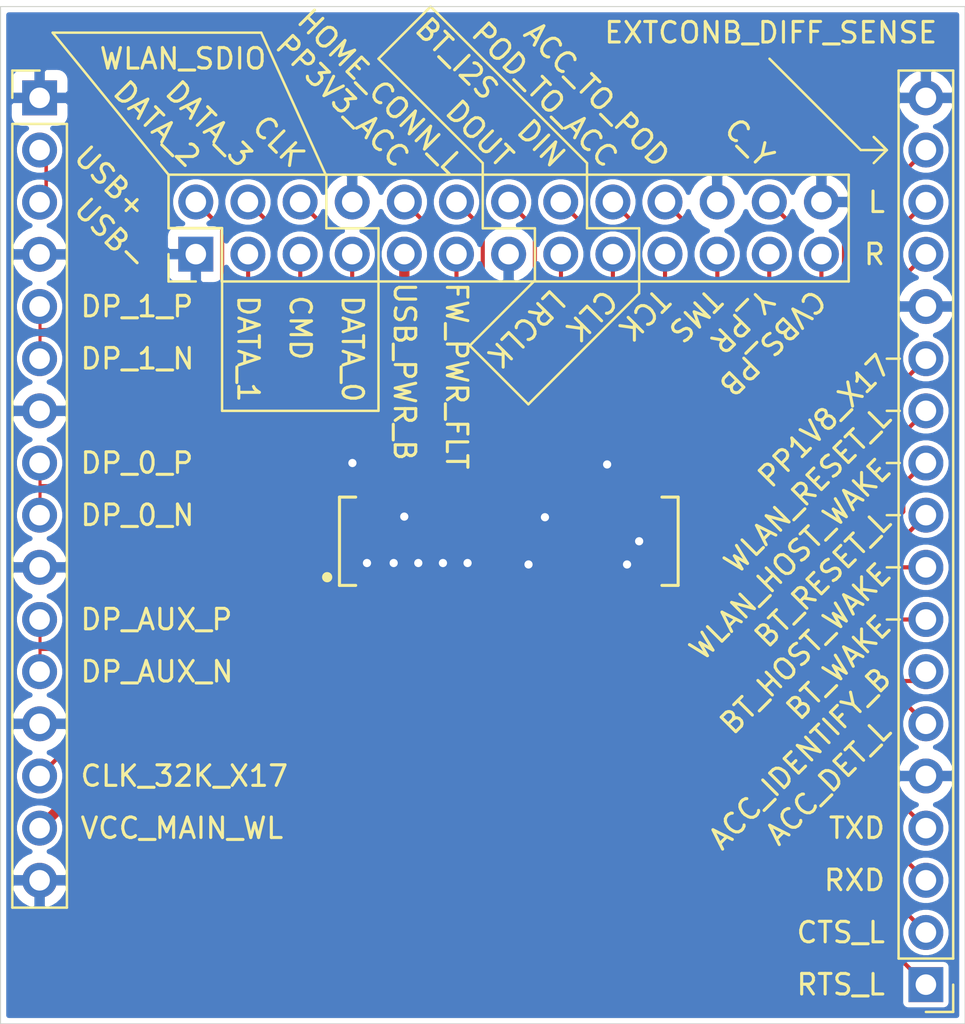
<source format=kicad_pcb>
(kicad_pcb (version 20171130) (host pcbnew "(5.1.6-0-10_14)")
  (layers (0 F.Cu signal hide) (1 In1.Cu power hide) (2 In2.Cu power hide) (31 B.Cu signal hide) (34 B.Paste user) (35 F.Paste user) (36 B.SilkS user) (37 F.SilkS user) (38 B.Mask user) (39 F.Mask user) (44 Edge.Cuts user))
  (net 0 "")
  (net 1 GND)
  (net 2 /USB_PWR_B)
  (net 3 /VCC_MAIN_WL)
  (net 4 /DOCK2_CVBS_PB)
  (net 5 /DOCK2_C_Y)
  (net 6 /DOCK2_Y_PR)
  (net 7 /DOCK_TMS)
  (net 8 /ACC_TO_POD)
  (net 9 /DOCK_TCK)
  (net 10 /POD_TO_ACC)
  (net 11 /BT_I2S_CLK)
  (net 12 /BT_I2S_DIN)
  (net 13 /BT_I2S_LRCLK)
  (net 14 /BT_I2S_DOUT)
  (net 15 /HOME_CONN_L)
  (net 16 /PORT_FW_PWR_FLT)
  (net 17 /PP3V3_PORT_ACC)
  (net 18 /WLAN_SDIO_DATA_0)
  (net 19 /WLAN_SDIO_CLK)
  (net 20 /WLAN_SDIO_CMD)
  (net 21 /WLAN_SDIO_DATA_3)
  (net 22 /WLAN_SDIO_DATA_1)
  (net 23 /WLAN_SDIO_DATA_2)
  (net 24 /CLK_32K_X17)
  (net 25 /DP_AUX_N)
  (net 26 /DP_AUX_P)
  (net 27 /DP_0_N)
  (net 28 /DP_0_P)
  (net 29 /DP_1_N)
  (net 30 /DP_1_P)
  (net 31 /USB_N)
  (net 32 /USB_P)
  (net 33 /EXTCONB_DIFF_SENSE)
  (net 34 /LINE_OUT2_L)
  (net 35 /LINE_OUT2_R)
  (net 36 /PP1V8_X17)
  (net 37 /WLAN_RESET_L)
  (net 38 /WLAN_HOST_WAKE)
  (net 39 /BT_RESET_L)
  (net 40 /BT_HOST_WAKE)
  (net 41 /BT_WAKE)
  (net 42 /ACC_IDENTIFY_B)
  (net 43 /ACC_DET_L)
  (net 44 /UART3_TXD)
  (net 45 /UART3_RXD)
  (net 46 /UART3_CTS_L)
  (net 47 /UART3_RTS_L)
  (module Connector_PinHeader_2.54mm:PinHeader_1x16_P2.54mm_Vertical (layer F.Cu) (at 297.18 -414.02)
    (fp_text reference J2 hide)
    (fp_text value Conn_01x16)
    (pad 16 thru_hole oval (at 0 38.1) (size 1.7 1.7) (drill 1) (layers *.Cu *.Mask) (net 1 GND))
    (pad 15 thru_hole oval (at 0 35.56) (size 1.7 1.7) (drill 1) (layers *.Cu *.Mask) (net 3 /VCC_MAIN_WL))
    (pad 14 thru_hole oval (at 0 33.02) (size 1.7 1.7) (drill 1) (layers *.Cu *.Mask) (net 24 /CLK_32K_X17))
    (pad 13 thru_hole oval (at 0 30.48) (size 1.7 1.7) (drill 1) (layers *.Cu *.Mask) (net 1 GND))
    (pad 12 thru_hole oval (at 0 27.94) (size 1.7 1.7) (drill 1) (layers *.Cu *.Mask) (net 25 /DP_AUX_N))
    (pad 11 thru_hole oval (at 0 25.4) (size 1.7 1.7) (drill 1) (layers *.Cu *.Mask) (net 26 /DP_AUX_P))
    (pad 10 thru_hole oval (at 0 22.86) (size 1.7 1.7) (drill 1) (layers *.Cu *.Mask) (net 1 GND))
    (pad 9 thru_hole oval (at 0 20.32) (size 1.7 1.7) (drill 1) (layers *.Cu *.Mask) (net 27 /DP_0_N))
    (pad 8 thru_hole oval (at 0 17.78) (size 1.7 1.7) (drill 1) (layers *.Cu *.Mask) (net 28 /DP_0_P))
    (pad 7 thru_hole oval (at 0 15.24) (size 1.7 1.7) (drill 1) (layers *.Cu *.Mask) (net 1 GND))
    (pad 6 thru_hole oval (at 0 12.7) (size 1.7 1.7) (drill 1) (layers *.Cu *.Mask) (net 29 /DP_1_N))
    (pad 5 thru_hole oval (at 0 10.16) (size 1.7 1.7) (drill 1) (layers *.Cu *.Mask) (net 30 /DP_1_P))
    (pad 4 thru_hole oval (at 0 7.62) (size 1.7 1.7) (drill 1) (layers *.Cu *.Mask) (net 1 GND))
    (pad 3 thru_hole oval (at 0 5.08) (size 1.7 1.7) (drill 1) (layers *.Cu *.Mask) (net 31 /USB_N))
    (pad 2 thru_hole oval (at 0 2.54) (size 1.7 1.7) (drill 1) (layers *.Cu *.Mask) (net 32 /USB_P))
    (pad 1 thru_hole rect (at 0 0) (size 1.7 1.7) (drill 1) (layers *.Cu *.Mask) (net 1 GND))
  )
  (module Connector_PinHeader_2.54mm:PinHeader_2x13_P2.54mm_Vertical (layer F.Cu) (at 304.79 -406.41 90)
    (fp_text reference J1 hide)
    (fp_text value Conn_01x26)
    (pad 26 thru_hole oval (at 2.54 30.48 90) (size 1.7 1.7) (drill 1) (layers *.Cu *.Mask) (net 1 GND))
    (pad 25 thru_hole oval (at 0 30.48 90) (size 1.7 1.7) (drill 1) (layers *.Cu *.Mask) (net 4 /DOCK2_CVBS_PB))
    (pad 24 thru_hole oval (at 2.54 27.94 90) (size 1.7 1.7) (drill 1) (layers *.Cu *.Mask) (net 5 /DOCK2_C_Y))
    (pad 23 thru_hole oval (at 0 27.94 90) (size 1.7 1.7) (drill 1) (layers *.Cu *.Mask) (net 6 /DOCK2_Y_PR))
    (pad 22 thru_hole oval (at 2.54 25.4 90) (size 1.7 1.7) (drill 1) (layers *.Cu *.Mask) (net 1 GND))
    (pad 21 thru_hole oval (at 0 25.4 90) (size 1.7 1.7) (drill 1) (layers *.Cu *.Mask) (net 7 /DOCK_TMS))
    (pad 20 thru_hole oval (at 2.54 22.86 90) (size 1.7 1.7) (drill 1) (layers *.Cu *.Mask) (net 8 /ACC_TO_POD))
    (pad 19 thru_hole oval (at 0 22.86 90) (size 1.7 1.7) (drill 1) (layers *.Cu *.Mask) (net 9 /DOCK_TCK))
    (pad 18 thru_hole oval (at 2.54 20.32 90) (size 1.7 1.7) (drill 1) (layers *.Cu *.Mask) (net 10 /POD_TO_ACC))
    (pad 17 thru_hole oval (at 0 20.32 90) (size 1.7 1.7) (drill 1) (layers *.Cu *.Mask) (net 11 /BT_I2S_CLK))
    (pad 16 thru_hole oval (at 2.54 17.78 90) (size 1.7 1.7) (drill 1) (layers *.Cu *.Mask) (net 12 /BT_I2S_DIN))
    (pad 15 thru_hole oval (at 0 17.78 90) (size 1.7 1.7) (drill 1) (layers *.Cu *.Mask) (net 13 /BT_I2S_LRCLK))
    (pad 14 thru_hole oval (at 2.54 15.24 90) (size 1.7 1.7) (drill 1) (layers *.Cu *.Mask) (net 14 /BT_I2S_DOUT))
    (pad 13 thru_hole oval (at 0 15.24 90) (size 1.7 1.7) (drill 1) (layers *.Cu *.Mask) (net 1 GND))
    (pad 12 thru_hole oval (at 2.54 12.7 90) (size 1.7 1.7) (drill 1) (layers *.Cu *.Mask) (net 15 /HOME_CONN_L))
    (pad 11 thru_hole oval (at 0 12.7 90) (size 1.7 1.7) (drill 1) (layers *.Cu *.Mask) (net 16 /PORT_FW_PWR_FLT))
    (pad 10 thru_hole oval (at 2.54 10.16 90) (size 1.7 1.7) (drill 1) (layers *.Cu *.Mask) (net 17 /PP3V3_PORT_ACC))
    (pad 9 thru_hole oval (at 0 10.16 90) (size 1.7 1.7) (drill 1) (layers *.Cu *.Mask) (net 2 /USB_PWR_B))
    (pad 8 thru_hole oval (at 2.54 7.62 90) (size 1.7 1.7) (drill 1) (layers *.Cu *.Mask) (net 1 GND))
    (pad 7 thru_hole oval (at 0 7.62 90) (size 1.7 1.7) (drill 1) (layers *.Cu *.Mask) (net 18 /WLAN_SDIO_DATA_0))
    (pad 6 thru_hole oval (at 2.54 5.08 90) (size 1.7 1.7) (drill 1) (layers *.Cu *.Mask) (net 19 /WLAN_SDIO_CLK))
    (pad 5 thru_hole oval (at 0 5.08 90) (size 1.7 1.7) (drill 1) (layers *.Cu *.Mask) (net 20 /WLAN_SDIO_CMD))
    (pad 4 thru_hole oval (at 2.54 2.54 90) (size 1.7 1.7) (drill 1) (layers *.Cu *.Mask) (net 21 /WLAN_SDIO_DATA_3))
    (pad 3 thru_hole oval (at 0 2.54 90) (size 1.7 1.7) (drill 1) (layers *.Cu *.Mask) (net 22 /WLAN_SDIO_DATA_1))
    (pad 2 thru_hole oval (at 2.54 0 90) (size 1.7 1.7) (drill 1) (layers *.Cu *.Mask) (net 23 /WLAN_SDIO_DATA_2))
    (pad 1 thru_hole rect (at 0 0 90) (size 1.7 1.7) (drill 1) (layers *.Cu *.Mask) (net 1 GND))
  )
  (module Connector_PinHeader_2.54mm:PinHeader_1x18_P2.54mm_Vertical (layer F.Cu) (at 340.36 -370.84 180)
    (fp_text reference J4 hide)
    (fp_text value Conn_01x18)
    (pad 18 thru_hole oval (at 0 43.18 180) (size 1.7 1.7) (drill 1) (layers *.Cu *.Mask) (net 1 GND))
    (pad 17 thru_hole oval (at 0 40.64 180) (size 1.7 1.7) (drill 1) (layers *.Cu *.Mask) (net 33 /EXTCONB_DIFF_SENSE))
    (pad 16 thru_hole oval (at 0 38.1 180) (size 1.7 1.7) (drill 1) (layers *.Cu *.Mask) (net 34 /LINE_OUT2_L))
    (pad 15 thru_hole oval (at 0 35.56 180) (size 1.7 1.7) (drill 1) (layers *.Cu *.Mask) (net 35 /LINE_OUT2_R))
    (pad 14 thru_hole oval (at 0 33.02 180) (size 1.7 1.7) (drill 1) (layers *.Cu *.Mask) (net 1 GND))
    (pad 13 thru_hole oval (at 0 30.48 180) (size 1.7 1.7) (drill 1) (layers *.Cu *.Mask) (net 36 /PP1V8_X17))
    (pad 12 thru_hole oval (at 0 27.94 180) (size 1.7 1.7) (drill 1) (layers *.Cu *.Mask) (net 37 /WLAN_RESET_L))
    (pad 11 thru_hole oval (at 0 25.4 180) (size 1.7 1.7) (drill 1) (layers *.Cu *.Mask) (net 38 /WLAN_HOST_WAKE))
    (pad 10 thru_hole oval (at 0 22.86 180) (size 1.7 1.7) (drill 1) (layers *.Cu *.Mask) (net 39 /BT_RESET_L))
    (pad 9 thru_hole oval (at 0 20.32 180) (size 1.7 1.7) (drill 1) (layers *.Cu *.Mask) (net 40 /BT_HOST_WAKE))
    (pad 8 thru_hole oval (at 0 17.78 180) (size 1.7 1.7) (drill 1) (layers *.Cu *.Mask) (net 41 /BT_WAKE))
    (pad 7 thru_hole oval (at 0 15.24 180) (size 1.7 1.7) (drill 1) (layers *.Cu *.Mask) (net 42 /ACC_IDENTIFY_B))
    (pad 6 thru_hole oval (at 0 12.7 180) (size 1.7 1.7) (drill 1) (layers *.Cu *.Mask) (net 43 /ACC_DET_L))
    (pad 5 thru_hole oval (at 0 10.16 180) (size 1.7 1.7) (drill 1) (layers *.Cu *.Mask) (net 1 GND))
    (pad 4 thru_hole oval (at 0 7.62 180) (size 1.7 1.7) (drill 1) (layers *.Cu *.Mask) (net 44 /UART3_TXD))
    (pad 3 thru_hole oval (at 0 5.08 180) (size 1.7 1.7) (drill 1) (layers *.Cu *.Mask) (net 45 /UART3_RXD))
    (pad 2 thru_hole oval (at 0 2.54 180) (size 1.7 1.7) (drill 1) (layers *.Cu *.Mask) (net 46 /UART3_CTS_L))
    (pad 1 thru_hole rect (at 0 0 180) (size 1.7 1.7) (drill 1) (layers *.Cu *.Mask) (net 47 /UART3_RTS_L))
  )
  (module footprints:Panasonic-AXK770147G-MFG (layer F.Cu) (at 320.04 -392.43)
    (fp_text reference J3 hide)
    (fp_text value AXK770147G hide)
    (pad 70 smd rect (at 6.885 -2.3) (size 0.4 1.1) (layers F.Cu F.Mask) (net 1 GND))
    (pad 68 smd rect (at 6.4 -2.3) (size 0.23 1.1) (layers F.Cu F.Mask) (net 4 /DOCK2_CVBS_PB))
    (pad 66 smd rect (at 6 -2.3) (size 0.23 1.1) (layers F.Cu F.Mask) (net 5 /DOCK2_C_Y))
    (pad 64 smd rect (at 5.6 -2.3) (size 0.23 1.1) (layers F.Cu F.Mask) (net 6 /DOCK2_Y_PR))
    (pad 62 smd rect (at 5.2 -2.3) (size 0.23 1.1) (layers F.Cu F.Mask) (net 1 GND))
    (pad 60 smd rect (at 4.8 -2.3) (size 0.23 1.1) (layers F.Cu F.Mask) (net 1 GND))
    (pad 58 smd rect (at 4.4 -2.3) (size 0.23 1.1) (layers F.Cu F.Mask) (net 1 GND))
    (pad 56 smd rect (at 4 -2.3) (size 0.23 1.1) (layers F.Cu F.Mask) (net 7 /DOCK_TMS))
    (pad 54 smd rect (at 3.6 -2.3) (size 0.23 1.1) (layers F.Cu F.Mask) (net 8 /ACC_TO_POD))
    (pad 52 smd rect (at 3.2 -2.3) (size 0.23 1.1) (layers F.Cu F.Mask) (net 9 /DOCK_TCK))
    (pad 50 smd rect (at 2.8 -2.3) (size 0.23 1.1) (layers F.Cu F.Mask) (net 10 /POD_TO_ACC))
    (pad 48 smd rect (at 2.4 -2.3) (size 0.23 1.1) (layers F.Cu F.Mask) (net 11 /BT_I2S_CLK))
    (pad 46 smd rect (at 2 -2.3) (size 0.23 1.1) (layers F.Cu F.Mask) (net 12 /BT_I2S_DIN))
    (pad 44 smd rect (at 1.6 -2.3) (size 0.23 1.1) (layers F.Cu F.Mask) (net 13 /BT_I2S_LRCLK))
    (pad 42 smd rect (at 1.2 -2.3) (size 0.23 1.1) (layers F.Cu F.Mask) (net 14 /BT_I2S_DOUT))
    (pad 40 smd rect (at 0.8 -2.3) (size 0.23 1.1) (layers F.Cu F.Mask) (net 1 GND))
    (pad 38 smd rect (at 0.4 -2.3) (size 0.23 1.1) (layers F.Cu F.Mask) (net 15 /HOME_CONN_L))
    (pad 36 smd rect (at 0 -2.3) (size 0.23 1.1) (layers F.Cu F.Mask) (net 16 /PORT_FW_PWR_FLT))
    (pad 34 smd rect (at -0.4 -2.3) (size 0.23 1.1) (layers F.Cu F.Mask) (net 17 /PP3V3_PORT_ACC))
    (pad 32 smd rect (at -0.8 -2.3) (size 0.23 1.1) (layers F.Cu F.Mask) (net 2 /USB_PWR_B))
    (pad 30 smd rect (at -1.2 -2.3) (size 0.23 1.1) (layers F.Cu F.Mask) (net 2 /USB_PWR_B))
    (pad 28 smd rect (at -1.6 -2.3) (size 0.23 1.1) (layers F.Cu F.Mask) (net 2 /USB_PWR_B))
    (pad 26 smd rect (at -2 -2.3) (size 0.23 1.1) (layers F.Cu F.Mask) (net 2 /USB_PWR_B))
    (pad 24 smd rect (at -2.4 -2.3) (size 0.23 1.1) (layers F.Cu F.Mask) (net 2 /USB_PWR_B))
    (pad 22 smd rect (at -2.8 -2.3) (size 0.23 1.1) (layers F.Cu F.Mask) (net 2 /USB_PWR_B))
    (pad 20 smd rect (at -3.2 -2.3) (size 0.23 1.1) (layers F.Cu F.Mask) (net 2 /USB_PWR_B))
    (pad 18 smd rect (at -3.6 -2.3) (size 0.23 1.1) (layers F.Cu F.Mask) (net 1 GND))
    (pad 16 smd rect (at -4 -2.3) (size 0.23 1.1) (layers F.Cu F.Mask) (net 18 /WLAN_SDIO_DATA_0))
    (pad 14 smd rect (at -4.4 -2.3) (size 0.23 1.1) (layers F.Cu F.Mask) (net 19 /WLAN_SDIO_CLK))
    (pad 12 smd rect (at -4.8 -2.3) (size 0.23 1.1) (layers F.Cu F.Mask) (net 20 /WLAN_SDIO_CMD))
    (pad 10 smd rect (at -5.2 -2.3) (size 0.23 1.1) (layers F.Cu F.Mask) (net 21 /WLAN_SDIO_DATA_3))
    (pad 8 smd rect (at -5.6 -2.3) (size 0.23 1.1) (layers F.Cu F.Mask) (net 22 /WLAN_SDIO_DATA_1))
    (pad 6 smd rect (at -6 -2.3) (size 0.23 1.1) (layers F.Cu F.Mask) (net 23 /WLAN_SDIO_DATA_2))
    (pad 4 smd rect (at -6.4 -2.3) (size 0.23 1.1) (layers F.Cu F.Mask) (net 1 GND))
    (pad 2 smd rect (at -6.885 -2.3) (size 0.4 1.1) (layers F.Cu F.Mask) (net 1 GND))
    (pad 69 smd rect (at 6.885 2.3) (size 0.4 1.1) (layers F.Cu F.Mask) (net 1 GND))
    (pad 67 smd rect (at 6.4 2.3) (size 0.23 1.1) (layers F.Cu F.Mask) (net 33 /EXTCONB_DIFF_SENSE))
    (pad 65 smd rect (at 6 2.3) (size 0.23 1.1) (layers F.Cu F.Mask) (net 34 /LINE_OUT2_L))
    (pad 63 smd rect (at 5.6 2.3) (size 0.23 1.1) (layers F.Cu F.Mask) (net 35 /LINE_OUT2_R))
    (pad 61 smd rect (at 5.2 2.3) (size 0.23 1.1) (layers F.Cu F.Mask) (net 1 GND))
    (pad 59 smd rect (at 4.8 2.3) (size 0.23 1.1) (layers F.Cu F.Mask) (net 36 /PP1V8_X17))
    (pad 57 smd rect (at 4.4 2.3) (size 0.23 1.1) (layers F.Cu F.Mask) (net 37 /WLAN_RESET_L))
    (pad 55 smd rect (at 4 2.3) (size 0.23 1.1) (layers F.Cu F.Mask) (net 38 /WLAN_HOST_WAKE))
    (pad 53 smd rect (at 3.6 2.3) (size 0.23 1.1) (layers F.Cu F.Mask) (net 39 /BT_RESET_L))
    (pad 51 smd rect (at 3.2 2.3) (size 0.23 1.1) (layers F.Cu F.Mask) (net 40 /BT_HOST_WAKE))
    (pad 49 smd rect (at 2.8 2.3) (size 0.23 1.1) (layers F.Cu F.Mask) (net 41 /BT_WAKE))
    (pad 47 smd rect (at 2.4 2.3) (size 0.23 1.1) (layers F.Cu F.Mask) (net 42 /ACC_IDENTIFY_B))
    (pad 45 smd rect (at 2 2.3) (size 0.23 1.1) (layers F.Cu F.Mask) (net 43 /ACC_DET_L))
    (pad 43 smd rect (at 1.6 2.3) (size 0.23 1.1) (layers F.Cu F.Mask) (net 1 GND))
    (pad 41 smd rect (at 1.2 2.3) (size 0.23 1.1) (layers F.Cu F.Mask) (net 44 /UART3_TXD))
    (pad 39 smd rect (at 0.8 2.3) (size 0.23 1.1) (layers F.Cu F.Mask) (net 45 /UART3_RXD))
    (pad 37 smd rect (at 0.4 2.3) (size 0.23 1.1) (layers F.Cu F.Mask) (net 46 /UART3_CTS_L))
    (pad 35 smd rect (at 0 2.3) (size 0.23 1.1) (layers F.Cu F.Mask) (net 47 /UART3_RTS_L))
    (pad 33 smd rect (at -0.4 2.3) (size 0.23 1.1) (layers F.Cu F.Mask) (net 3 /VCC_MAIN_WL))
    (pad 31 smd rect (at -0.8 2.3) (size 0.23 1.1) (layers F.Cu F.Mask) (net 3 /VCC_MAIN_WL))
    (pad 29 smd rect (at -1.2 2.3) (size 0.23 1.1) (layers F.Cu F.Mask) (net 3 /VCC_MAIN_WL))
    (pad 27 smd rect (at -1.6 2.3) (size 0.23 1.1) (layers F.Cu F.Mask) (net 24 /CLK_32K_X17))
    (pad 25 smd rect (at -2 2.3) (size 0.23 1.1) (layers F.Cu F.Mask) (net 1 GND))
    (pad 23 smd rect (at -2.4 2.3) (size 0.23 1.1) (layers F.Cu F.Mask) (net 25 /DP_AUX_N))
    (pad 21 smd rect (at -2.8 2.3) (size 0.23 1.1) (layers F.Cu F.Mask) (net 26 /DP_AUX_P))
    (pad 19 smd rect (at -3.2 2.3) (size 0.23 1.1) (layers F.Cu F.Mask) (net 1 GND))
    (pad 17 smd rect (at -3.6 2.3) (size 0.23 1.1) (layers F.Cu F.Mask) (net 27 /DP_0_N))
    (pad 15 smd rect (at -4 2.3) (size 0.23 1.1) (layers F.Cu F.Mask) (net 28 /DP_0_P))
    (pad 13 smd rect (at -4.4 2.3) (size 0.23 1.1) (layers F.Cu F.Mask) (net 1 GND))
    (pad 11 smd rect (at -4.8 2.3) (size 0.23 1.1) (layers F.Cu F.Mask) (net 29 /DP_1_N))
    (pad 9 smd rect (at -5.2 2.3) (size 0.23 1.1) (layers F.Cu F.Mask) (net 30 /DP_1_P))
    (pad 7 smd rect (at -5.6 2.3) (size 0.23 1.1) (layers F.Cu F.Mask) (net 1 GND))
    (pad 5 smd rect (at -6 2.3) (size 0.23 1.1) (layers F.Cu F.Mask) (net 31 /USB_N))
    (pad 3 smd rect (at -6.4 2.3) (size 0.23 1.1) (layers F.Cu F.Mask) (net 32 /USB_P))
    (pad 1 smd rect (at -6.885 2.3) (size 0.4 1.1) (layers F.Cu F.Mask) (net 1 GND))
  )
  (gr_line (start 338.455 -388.62) (end 339.09 -388.62) (layer F.SilkS) (width 0.12))
  (gr_line (start 338.455 -391.16) (end 339.09 -391.16) (layer F.SilkS) (width 0.12))
  (gr_line (start 338.455 -393.7) (end 339.09 -393.7) (layer F.SilkS) (width 0.12))
  (gr_line (start 338.455 -396.24) (end 339.09 -396.24) (layer F.SilkS) (width 0.12))
  (gr_line (start 338.455 -398.78) (end 339.09 -398.78) (layer F.SilkS) (width 0.12))
  (gr_line (start 338.455 -401.32) (end 339.09 -401.32) (layer F.SilkS) (width 0.12))
  (gr_text PP1V8_X17 (at 338.455 -401.32 45) (layer F.SilkS) (effects (font (size 1 1)) (justify right)))
  (gr_line (start 318.135 -401.955) (end 320.9925 -399.0975) (layer F.SilkS) (width 0.12))
  (gr_line (start 318.77 -410.845) (end 318.77 -407.67) (layer F.SilkS) (width 0.12))
  (gr_line (start 313.69 -415.925) (end 318.77 -410.845) (layer F.SilkS) (width 0.12))
  (gr_line (start 316.23 -418.465) (end 313.69 -415.925) (layer F.SilkS) (width 0.12))
  (gr_line (start 323.85 -410.845) (end 316.23 -418.465) (layer F.SilkS) (width 0.12))
  (gr_line (start 323.85 -407.67) (end 323.85 -410.845) (layer F.SilkS) (width 0.12))
  (gr_line (start 297.815 -417.195) (end 307.975 -417.195) (layer F.SilkS) (width 0.12))
  (gr_line (start 303.46 -410.28) (end 297.815 -417.195) (layer F.SilkS) (width 0.12))
  (gr_line (start 303.46 -407.68) (end 303.46 -410.28) (layer F.SilkS) (width 0.12))
  (gr_line (start 306.07 -407.67) (end 303.46 -407.68) (layer F.SilkS) (width 0.12))
  (gr_line (start 306.07 -398.78) (end 306.07 -407.67) (layer F.SilkS) (width 0.12))
  (gr_line (start 313.69 -398.78) (end 306.07 -398.78) (layer F.SilkS) (width 0.12))
  (gr_line (start 313.69 -407.67) (end 313.69 -398.78) (layer F.SilkS) (width 0.12))
  (gr_line (start 311.15 -410.21) (end 311.15 -407.67) (layer F.SilkS) (width 0.12))
  (gr_line (start 307.975 -417.195) (end 311.15 -410.21) (layer F.SilkS) (width 0.12))
  (gr_text WLAN_SDIO (at 304.165 -415.925) (layer F.SilkS) (effects (font (size 1 1))))
  (gr_line (start 321.31 -405.13) (end 318.135 -401.955) (layer F.SilkS) (width 0.12))
  (gr_text R (at 338.455 -406.4) (layer F.SilkS) (effects (font (size 1 1)) (justify right)))
  (gr_text L (at 338.455 -408.94) (layer F.SilkS) (effects (font (size 1 1)) (justify right)))
  (gr_text WLAN_RESET_L (at 338.455 -398.78 45) (layer F.SilkS) (effects (font (size 1 1)) (justify right)))
  (gr_text WLAN_HOST_WAKE (at 338.455 -396.24 45) (layer F.SilkS) (effects (font (size 1 1)) (justify right)))
  (gr_text BT_RESET_L (at 338.455 -393.7 45) (layer F.SilkS) (effects (font (size 1 1)) (justify right)))
  (gr_text BT_HOST_WAKE (at 338.455 -391.16 45) (layer F.SilkS) (effects (font (size 1 1)) (justify right)))
  (gr_text BT_WAKE (at 338.455 -388.62 45) (layer F.SilkS) (effects (font (size 1 1)) (justify right)))
  (gr_text ACC_IDENTIFY_B (at 338.455 -386.08 45) (layer F.SilkS) (effects (font (size 1 1)) (justify right)))
  (gr_text ACC_DET_L (at 338.455 -383.54 45) (layer F.SilkS) (effects (font (size 1 1)) (justify right)))
  (gr_text RTS_L (at 338.455 -370.84) (layer F.SilkS) (effects (font (size 1 1)) (justify right)))
  (gr_text CTS_L (at 338.455 -373.38) (layer F.SilkS) (effects (font (size 1 1)) (justify right)))
  (gr_text RXD (at 338.455 -375.92) (layer F.SilkS) (effects (font (size 1 1)) (justify right)))
  (gr_text TXD (at 338.455 -378.46) (layer F.SilkS) (effects (font (size 1 1)) (justify right)))
  (gr_line (start 337.82 -410.845) (end 338.455 -411.48) (layer F.SilkS) (width 0.12))
  (gr_line (start 337.82 -412.115) (end 338.455 -411.48) (layer F.SilkS) (width 0.12))
  (gr_line (start 338.455 -411.48) (end 337.82 -412.115) (layer F.SilkS) (width 0.12))
  (gr_line (start 337.185 -411.48) (end 338.455 -411.48) (layer F.SilkS) (width 0.12))
  (gr_line (start 306.06 -407.68) (end 303.46 -407.68) (layer F.SilkS) (width 0.12))
  (gr_line (start 306.06 -405.08) (end 306.06 -407.68) (layer F.SilkS) (width 0.12))
  (gr_line (start 311.15 -407.67) (end 313.69 -407.67) (layer F.SilkS) (width 0.12))
  (gr_line (start 332.74 -415.925) (end 337.185 -411.48) (layer F.SilkS) (width 0.12))
  (gr_text TCK (at 327.66 -404.495 -135) (layer F.SilkS) (effects (font (size 1 1)) (justify left)))
  (gr_text TMS (at 330.2 -404.495 -135) (layer F.SilkS) (effects (font (size 1 1)) (justify left)))
  (gr_text CVBS_PB (at 335.28 -404.495 -135) (layer F.SilkS) (effects (font (size 1 1)) (justify left)))
  (gr_text Y_PR (at 332.74 -404.495 -135) (layer F.SilkS) (effects (font (size 1 1)) (justify left)))
  (gr_text C_Y (at 332.74 -410.845 -45) (layer F.SilkS) (effects (font (size 1 1)) (justify right)))
  (gr_text ACC_TO_POD (at 327.66 -410.845 -45) (layer F.SilkS) (effects (font (size 1 1)) (justify right)))
  (gr_text POD_TO_ACC (at 325.12 -410.845 -45) (layer F.SilkS) (effects (font (size 1 1)) (justify right)))
  (gr_text HOME_CONN_L (at 317.6 -410.5 -45) (layer F.SilkS) (effects (font (size 1 1)) (justify right)))
  (gr_text PP3V3_ACC (at 314.96 -410.845 -45) (layer F.SilkS) (effects (font (size 1 1)) (justify right)))
  (gr_text BT_I2S (at 317.5 -415.925 -45) (layer F.SilkS) (effects (font (size 1 1))))
  (gr_line (start 321.31 -407.67) (end 318.77 -407.67) (layer F.SilkS) (width 0.12))
  (gr_line (start 321.31 -405.13) (end 321.31 -407.67) (layer F.SilkS) (width 0.12))
  (gr_line (start 326.39 -404.495) (end 320.9925 -399.0975) (layer F.SilkS) (width 0.12))
  (gr_line (start 326.39 -407.67) (end 326.39 -404.495) (layer F.SilkS) (width 0.12))
  (gr_line (start 323.85 -407.67) (end 326.39 -407.67) (layer F.SilkS) (width 0.12))
  (gr_text DIN (at 322.58 -410.845 -45) (layer F.SilkS) (effects (font (size 1 1)) (justify right)))
  (gr_text DOUT (at 320.04 -410.845 -45) (layer F.SilkS) (effects (font (size 1 1)) (justify right)))
  (gr_text CLK (at 325.12 -404.495 -135) (layer F.SilkS) (effects (font (size 1 1)) (justify left)))
  (gr_text LRCLK (at 322.58 -404.495 -135) (layer F.SilkS) (effects (font (size 1 1)) (justify left)))
  (gr_text FW_PWR_FLT (at 317.5 -405.13 -90) (layer F.SilkS) (effects (font (size 1 1)) (justify left)))
  (gr_text USB_PWR_B (at 314.96 -405.13 -90) (layer F.SilkS) (effects (font (size 1 1)) (justify left)))
  (gr_text DATA_2 (at 304.8 -410.845 -45) (layer F.SilkS) (effects (font (size 1 1)) (justify right)))
  (gr_text DATA_0 (at 312.42 -404.495 270) (layer F.SilkS) (effects (font (size 1 1)) (justify left)))
  (gr_text DATA_1 (at 307.34 -404.495 270) (layer F.SilkS) (effects (font (size 1 1)) (justify left)))
  (gr_text CMD (at 309.88 -404.495 270) (layer F.SilkS) (effects (font (size 1 1)) (justify left)))
  (gr_text "CLK\n" (at 309.88 -410.845 -45) (layer F.SilkS) (effects (font (size 1 1)) (justify right)))
  (gr_text DATA_3 (at 307.34 -410.845 -45) (layer F.SilkS) (effects (font (size 1 1)) (justify right)))
  (gr_text DP_1_N (at 299.085 -401.32) (layer F.SilkS) (effects (font (size 1 1)) (justify left)))
  (gr_text EXTCONB_DIFF_SENSE (at 340.995 -417.195) (layer F.SilkS) (effects (font (size 1 1)) (justify right)))
  (gr_text VCC_MAIN_WL (at 299.085 -378.46) (layer F.SilkS) (effects (font (size 1 1)) (justify left)))
  (gr_text CLK_32K_X17 (at 299.085 -381) (layer F.SilkS) (effects (font (size 1 1)) (justify left)))
  (gr_text DP_AUX_N (at 299.085 -386.08) (layer F.SilkS) (effects (font (size 1 1)) (justify left)))
  (gr_text DP_AUX_P (at 299.085 -388.62) (layer F.SilkS) (effects (font (size 1 1)) (justify left)))
  (gr_text DP_0_N (at 299.085 -393.7) (layer F.SilkS) (effects (font (size 1 1)) (justify left)))
  (gr_text "DP_0_P\n" (at 299.085 -396.24) (layer F.SilkS) (effects (font (size 1 1)) (justify left)))
  (gr_text DP_1_P (at 299.085 -403.86) (layer F.SilkS) (effects (font (size 1 1)) (justify left)))
  (gr_text USB- (at 299.085 -408.94 -45) (layer F.SilkS) (effects (font (size 1 1)) (justify left)))
  (gr_text USB+ (at 299.085 -411.48 -45) (layer F.SilkS) (effects (font (size 1 1)) (justify left)))
  (gr_line (start 295.275 -368.935) (end 295.275 -418.465) (layer Edge.Cuts) (width 0.05))
  (gr_line (start 342.265 -368.935) (end 295.275 -368.935) (layer Edge.Cuts) (width 0.05))
  (gr_line (start 342.265 -418.465) (end 342.265 -368.935) (layer Edge.Cuts) (width 0.05))
  (gr_line (start 295.275 -418.465) (end 342.265 -418.465) (layer Edge.Cuts) (width 0.05))
  (via (at 313.13 -391.37) (size 0.8) (drill 0.4) (layers F.Cu B.Cu) (net 1))
  (segment (start 313.13 -390.155) (end 313.155 -390.13) (width 0.17) (layer F.Cu) (net 1))
  (segment (start 313.13 -391.37) (end 313.13 -390.155) (width 0.17) (layer F.Cu) (net 1))
  (via (at 315.63 -391.37) (size 0.8) (drill 0.4) (layers F.Cu B.Cu) (net 1))
  (segment (start 315.64 -390.13) (end 315.64 -391.36) (width 0.17) (layer F.Cu) (net 1))
  (segment (start 315.64 -391.36) (end 315.63 -391.37) (width 0.17) (layer F.Cu) (net 1))
  (via (at 318.03 -391.37) (size 0.8) (drill 0.4) (layers F.Cu B.Cu) (net 1))
  (segment (start 318.04 -390.13) (end 318.04 -391.36) (width 0.17) (layer F.Cu) (net 1))
  (segment (start 318.04 -391.36) (end 318.03 -391.37) (width 0.17) (layer F.Cu) (net 1))
  (via (at 324.83 -396.17) (size 0.8) (drill 0.4) (layers F.Cu B.Cu) (net 1))
  (segment (start 324.83 -396.17) (end 324.84 -396.18) (width 0.2) (layer F.Cu) (net 1))
  (segment (start 324.44 -394.73) (end 324.44 -395.78) (width 0.2) (layer F.Cu) (net 1))
  (segment (start 324.44 -395.78) (end 324.83 -396.17) (width 0.2) (layer F.Cu) (net 1))
  (segment (start 325.24 -395.78) (end 324.84 -396.18) (width 0.2) (layer F.Cu) (net 1))
  (segment (start 325.24 -394.73) (end 325.24 -395.78) (width 0.2) (layer F.Cu) (net 1))
  (segment (start 324.84 -396.18) (end 324.84 -394.73) (width 0.2) (layer F.Cu) (net 1))
  (segment (start 314.44 -391.36) (end 314.43 -391.37) (width 0.17) (layer F.Cu) (net 1))
  (segment (start 314.44 -390.13) (end 314.44 -391.36) (width 0.17) (layer F.Cu) (net 1))
  (via (at 314.43 -391.37) (size 0.8) (drill 0.4) (layers F.Cu B.Cu) (net 1))
  (via (at 316.83 -391.37) (size 0.8) (drill 0.4) (layers F.Cu B.Cu) (net 1))
  (segment (start 316.84 -390.13) (end 316.84 -391.36) (width 0.17) (layer F.Cu) (net 1))
  (segment (start 316.84 -391.36) (end 316.83 -391.37) (width 0.17) (layer F.Cu) (net 1))
  (segment (start 313.64 -394.73) (end 313.155 -394.73) (width 0.17) (layer F.Cu) (net 1))
  (segment (start 313.155 -395.505) (end 312.42 -396.24) (width 0.17) (layer F.Cu) (net 1))
  (via (at 312.42 -396.24) (size 0.8) (drill 0.4) (layers F.Cu B.Cu) (net 1))
  (segment (start 313.155 -394.73) (end 313.155 -395.505) (width 0.17) (layer F.Cu) (net 1))
  (via (at 326.39 -392.430006) (size 0.8) (drill 0.4) (layers F.Cu B.Cu) (net 1))
  (segment (start 326.925 -392.965006) (end 326.39 -392.430006) (width 0.2) (layer F.Cu) (net 1))
  (segment (start 326.925 -390.13) (end 326.925 -391.895006) (width 0.2) (layer F.Cu) (net 1))
  (segment (start 326.925 -394.73) (end 326.925 -392.965006) (width 0.2) (layer F.Cu) (net 1))
  (segment (start 326.925 -391.895006) (end 326.39 -392.430006) (width 0.2) (layer F.Cu) (net 1))
  (via (at 321.8 -393.600006) (size 0.8) (drill 0.4) (layers F.Cu B.Cu) (net 1))
  (segment (start 321.219994 -393.600006) (end 321.8 -393.600006) (width 0.2) (layer F.Cu) (net 1))
  (segment (start 320.84 -394.73) (end 320.84 -393.98) (width 0.2) (layer F.Cu) (net 1))
  (segment (start 320.84 -393.98) (end 321.219994 -393.600006) (width 0.2) (layer F.Cu) (net 1))
  (segment (start 321.64 -393.440006) (end 321.8 -393.600006) (width 0.2) (layer F.Cu) (net 1))
  (segment (start 321.22 -391.3) (end 321 -391.3) (width 0.2) (layer F.Cu) (net 1))
  (via (at 321 -391.3) (size 0.8) (drill 0.4) (layers F.Cu B.Cu) (net 1))
  (segment (start 321.64 -390.88) (end 321.22 -391.3) (width 0.2) (layer F.Cu) (net 1))
  (segment (start 321.64 -390.13) (end 321.64 -390.88) (width 0.2) (layer F.Cu) (net 1))
  (via (at 314.946206 -393.629998) (size 0.8) (drill 0.4) (layers F.Cu B.Cu) (net 1))
  (segment (start 316.44 -394.01) (end 316.059998 -393.629998) (width 0.17) (layer F.Cu) (net 1))
  (segment (start 316.059998 -393.629998) (end 314.946206 -393.629998) (width 0.17) (layer F.Cu) (net 1))
  (segment (start 316.44 -394.73) (end 316.44 -394.01) (width 0.17) (layer F.Cu) (net 1))
  (segment (start 313.64 -394.041998) (end 313.64 -394.73) (width 0.17) (layer F.Cu) (net 1))
  (segment (start 314.052 -393.629998) (end 313.64 -394.041998) (width 0.17) (layer F.Cu) (net 1))
  (segment (start 314.946206 -393.629998) (end 314.052 -393.629998) (width 0.17) (layer F.Cu) (net 1))
  (segment (start 325.66 -391.3) (end 325.8 -391.3) (width 0.2) (layer F.Cu) (net 1))
  (segment (start 325.24 -390.13) (end 325.24 -390.88) (width 0.2) (layer F.Cu) (net 1))
  (segment (start 325.24 -390.88) (end 325.66 -391.3) (width 0.2) (layer F.Cu) (net 1))
  (via (at 325.8 -391.3) (size 0.8) (drill 0.4) (layers F.Cu B.Cu) (net 1))
  (segment (start 318.04 -395.96) (end 318.04 -394.73) (width 0.2) (layer F.Cu) (net 2))
  (segment (start 317.64 -395.56) (end 318.04 -395.96) (width 0.2) (layer F.Cu) (net 2))
  (segment (start 317.64 -394.73) (end 317.64 -395.56) (width 0.2) (layer F.Cu) (net 2))
  (segment (start 318.44 -395.56) (end 318.04 -395.96) (width 0.2) (layer F.Cu) (net 2))
  (segment (start 318.44 -394.73) (end 318.44 -395.56) (width 0.2) (layer F.Cu) (net 2))
  (segment (start 318.84 -394.73) (end 318.84 -395.66) (width 0.2) (layer F.Cu) (net 2))
  (segment (start 318.84 -395.66) (end 318.04 -396.46) (width 0.2) (layer F.Cu) (net 2))
  (segment (start 318.04 -396.46) (end 318.04 -395.96) (width 0.5) (layer F.Cu) (net 2))
  (segment (start 319.24 -395.76) (end 318.04 -396.96) (width 0.2) (layer F.Cu) (net 2))
  (segment (start 319.24 -394.73) (end 319.24 -395.76) (width 0.2) (layer F.Cu) (net 2))
  (segment (start 318.04 -396.96) (end 318.04 -396.46) (width 0.5) (layer F.Cu) (net 2))
  (segment (start 317.24 -395.66) (end 318.04 -396.46) (width 0.2) (layer F.Cu) (net 2))
  (segment (start 317.24 -394.73) (end 317.24 -395.66) (width 0.2) (layer F.Cu) (net 2))
  (segment (start 316.84 -395.76) (end 318.04 -396.96) (width 0.2) (layer F.Cu) (net 2))
  (segment (start 316.84 -394.73) (end 316.84 -395.76) (width 0.2) (layer F.Cu) (net 2))
  (segment (start 318.04 -399.51) (end 318.04 -396.96) (width 0.5) (layer F.Cu) (net 2))
  (segment (start 314.95 -402.6) (end 318.04 -399.51) (width 0.5) (layer F.Cu) (net 2))
  (segment (start 314.95 -402.6) (end 314.95 -406.41) (width 0.5) (layer F.Cu) (net 2))
  (segment (start 319.24 -390.13) (end 319.24 -388.87) (width 0.2) (layer F.Cu) (net 3))
  (segment (start 319.64 -389.27) (end 319.24 -388.87) (width 0.2) (layer F.Cu) (net 3))
  (segment (start 319.64 -390.13) (end 319.64 -389.27) (width 0.2) (layer F.Cu) (net 3))
  (segment (start 318.84 -389.27) (end 319.24 -388.87) (width 0.2) (layer F.Cu) (net 3))
  (segment (start 318.84 -390.13) (end 318.84 -389.27) (width 0.2) (layer F.Cu) (net 3))
  (segment (start 319.23 -386.67) (end 312.29 -379.73) (width 0.5) (layer F.Cu) (net 3))
  (segment (start 319.23 -388.86) (end 319.23 -386.67) (width 0.5) (layer F.Cu) (net 3))
  (segment (start 319.24 -388.87) (end 319.23 -388.86) (width 0.5) (layer F.Cu) (net 3))
  (segment (start 298.45 -379.73) (end 297.18 -378.46) (width 0.5) (layer F.Cu) (net 3))
  (segment (start 312.29 -379.73) (end 298.45 -379.73) (width 0.5) (layer F.Cu) (net 3))
  (segment (start 326.44 -394.73) (end 326.44 -396.405) (width 0.2) (layer F.Cu) (net 4))
  (segment (start 335.27 -406.41) (end 335.27 -405.235) (width 0.2) (layer F.Cu) (net 4))
  (segment (start 334.5875 -404.5525) (end 335.2225 -405.1875) (width 0.2) (layer F.Cu) (net 4))
  (segment (start 335.27 -405.235) (end 334.5875 -404.5525) (width 0.2) (layer F.Cu) (net 4))
  (segment (start 326.44 -396.405) (end 334.5875 -404.5525) (width 0.2) (layer F.Cu) (net 4))
  (segment (start 334.01 -407.67) (end 332.73 -408.95) (width 0.2) (layer F.Cu) (net 5))
  (segment (start 326.04 -397.16) (end 334.01 -405.13) (width 0.2) (layer F.Cu) (net 5))
  (segment (start 326.04 -394.73) (end 326.04 -397.16) (width 0.2) (layer F.Cu) (net 5))
  (segment (start 334.01 -405.13) (end 334.01 -407.67) (width 0.2) (layer F.Cu) (net 5))
  (segment (start 332.73 -405.12) (end 332.73 -406.41) (width 0.2) (layer F.Cu) (net 6))
  (segment (start 325.64 -398.03) (end 332.73 -405.12) (width 0.2) (layer F.Cu) (net 6))
  (segment (start 325.64 -394.73) (end 325.64 -398.03) (width 0.2) (layer F.Cu) (net 6))
  (segment (start 324.04 -397.7) (end 330.2 -403.86) (width 0.2) (layer F.Cu) (net 7))
  (segment (start 324.04 -394.73) (end 324.04 -397.7) (width 0.2) (layer F.Cu) (net 7))
  (segment (start 330.2 -406.4) (end 330.19 -406.41) (width 0.2) (layer F.Cu) (net 7))
  (segment (start 330.2 -403.86) (end 330.2 -406.4) (width 0.2) (layer F.Cu) (net 7))
  (segment (start 323.64 -395.36) (end 323.64 -394.73) (width 0.2) (layer F.Cu) (net 8))
  (segment (start 328.93 -407.67) (end 327.65 -408.95) (width 0.2) (layer F.Cu) (net 8))
  (segment (start 323.64 -398.57) (end 328.93 -403.86) (width 0.2) (layer F.Cu) (net 8))
  (segment (start 323.64 -394.73) (end 323.64 -398.57) (width 0.2) (layer F.Cu) (net 8))
  (segment (start 328.93 -403.86) (end 328.93 -407.67) (width 0.2) (layer F.Cu) (net 8))
  (segment (start 323.24 -399.44) (end 323.24 -394.73) (width 0.2) (layer F.Cu) (net 9))
  (segment (start 327.65 -403.85) (end 323.24 -399.44) (width 0.2) (layer F.Cu) (net 9))
  (segment (start 327.65 -403.85) (end 327.65 -406.41) (width 0.2) (layer F.Cu) (net 9))
  (segment (start 322.84 -400.31) (end 322.84 -394.73) (width 0.2) (layer F.Cu) (net 10))
  (segment (start 326.39 -403.86) (end 322.84 -400.31) (width 0.2) (layer F.Cu) (net 10))
  (segment (start 325.11 -408.95) (end 326.39 -407.67) (width 0.2) (layer F.Cu) (net 10))
  (segment (start 326.39 -403.86) (end 326.39 -407.67) (width 0.2) (layer F.Cu) (net 10))
  (segment (start 322.44 -401.18) (end 325.11 -403.85) (width 0.2) (layer F.Cu) (net 11))
  (segment (start 322.44 -394.73) (end 322.44 -401.18) (width 0.2) (layer F.Cu) (net 11))
  (segment (start 325.11 -403.85) (end 325.11 -406.41) (width 0.2) (layer F.Cu) (net 11))
  (segment (start 322.04 -402.05) (end 322.04 -394.73) (width 0.2) (layer F.Cu) (net 12))
  (segment (start 323.85 -403.86) (end 322.04 -402.05) (width 0.2) (layer F.Cu) (net 12))
  (segment (start 322.57 -408.95) (end 323.85 -407.67) (width 0.2) (layer F.Cu) (net 12))
  (segment (start 323.85 -403.86) (end 323.85 -407.67) (width 0.2) (layer F.Cu) (net 12))
  (segment (start 321.64 -402.92) (end 322.58 -403.86) (width 0.2) (layer F.Cu) (net 13))
  (segment (start 321.64 -394.73) (end 321.64 -402.92) (width 0.2) (layer F.Cu) (net 13))
  (segment (start 322.58 -406.4) (end 322.57 -406.41) (width 0.2) (layer F.Cu) (net 13))
  (segment (start 322.58 -403.86) (end 322.58 -406.4) (width 0.2) (layer F.Cu) (net 13))
  (segment (start 321.24 -403.79) (end 321.24 -394.73) (width 0.2) (layer F.Cu) (net 14))
  (segment (start 320.03 -408.95) (end 321.31 -407.67) (width 0.2) (layer F.Cu) (net 14))
  (segment (start 321.31 -403.86) (end 321.24 -403.79) (width 0.2) (layer F.Cu) (net 14))
  (segment (start 321.31 -407.67) (end 321.31 -403.86) (width 0.2) (layer F.Cu) (net 14))
  (segment (start 318.77 -407.67) (end 317.49 -408.95) (width 0.2) (layer F.Cu) (net 15))
  (segment (start 320.44 -400.92) (end 318.77 -402.59) (width 0.2) (layer F.Cu) (net 15))
  (segment (start 320.44 -394.73) (end 320.44 -400.92) (width 0.2) (layer F.Cu) (net 15))
  (segment (start 318.77 -402.59) (end 318.77 -407.67) (width 0.2) (layer F.Cu) (net 15))
  (segment (start 320.04 -394.73) (end 320.04 -394.78) (width 0.2) (layer F.Cu) (net 16))
  (segment (start 320.04 -400.05) (end 317.49 -402.6) (width 0.2) (layer F.Cu) (net 16))
  (segment (start 320.04 -394.73) (end 320.04 -400.05) (width 0.2) (layer F.Cu) (net 16))
  (segment (start 317.49 -402.6) (end 317.49 -406.41) (width 0.2) (layer F.Cu) (net 16))
  (segment (start 316.23 -407.67) (end 314.95 -408.95) (width 0.2) (layer F.Cu) (net 17))
  (segment (start 319.64 -399.18) (end 316.23 -402.59) (width 0.2) (layer F.Cu) (net 17))
  (segment (start 319.64 -394.73) (end 319.64 -399.18) (width 0.2) (layer F.Cu) (net 17))
  (segment (start 316.23 -402.59) (end 316.23 -407.67) (width 0.2) (layer F.Cu) (net 17))
  (segment (start 316.04 -400.24) (end 312.41 -403.87) (width 0.2) (layer F.Cu) (net 18))
  (segment (start 316.04 -394.73) (end 316.04 -400.24) (width 0.2) (layer F.Cu) (net 18))
  (segment (start 312.41 -403.87) (end 312.41 -406.41) (width 0.2) (layer F.Cu) (net 18))
  (segment (start 315.64 -399.37) (end 311.15 -403.86) (width 0.2) (layer F.Cu) (net 19))
  (segment (start 315.64 -394.73) (end 315.64 -399.37) (width 0.2) (layer F.Cu) (net 19))
  (segment (start 311.15 -407.67) (end 309.87 -408.95) (width 0.2) (layer F.Cu) (net 19))
  (segment (start 311.15 -403.86) (end 311.15 -407.67) (width 0.2) (layer F.Cu) (net 19))
  (segment (start 315.24 -398.5) (end 309.88 -403.86) (width 0.2) (layer F.Cu) (net 20))
  (segment (start 315.24 -394.73) (end 315.24 -398.5) (width 0.2) (layer F.Cu) (net 20))
  (segment (start 309.88 -406.4) (end 309.87 -406.41) (width 0.2) (layer F.Cu) (net 20))
  (segment (start 309.88 -403.86) (end 309.88 -406.4) (width 0.2) (layer F.Cu) (net 20))
  (segment (start 308.61 -407.67) (end 307.33 -408.95) (width 0.2) (layer F.Cu) (net 21))
  (segment (start 314.84 -397.63) (end 308.61 -403.86) (width 0.2) (layer F.Cu) (net 21))
  (segment (start 314.84 -394.73) (end 314.84 -397.63) (width 0.2) (layer F.Cu) (net 21))
  (segment (start 308.61 -403.86) (end 308.61 -407.67) (width 0.2) (layer F.Cu) (net 21))
  (segment (start 314.44 -394.56) (end 314.474999 -394.525001) (width 0.2) (layer F.Cu) (net 22))
  (segment (start 314.44 -394.73) (end 314.44 -396.76) (width 0.2) (layer F.Cu) (net 22))
  (segment (start 314.44 -396.76) (end 307.34 -403.86) (width 0.2) (layer F.Cu) (net 22))
  (segment (start 307.34 -406.4) (end 307.33 -406.41) (width 0.2) (layer F.Cu) (net 22))
  (segment (start 307.34 -403.86) (end 307.34 -406.4) (width 0.2) (layer F.Cu) (net 22))
  (segment (start 314.04 -395.89) (end 306.07 -403.86) (width 0.2) (layer F.Cu) (net 23))
  (segment (start 314.04 -394.73) (end 314.04 -395.89) (width 0.2) (layer F.Cu) (net 23))
  (segment (start 306.07 -407.67) (end 304.79 -408.95) (width 0.2) (layer F.Cu) (net 23))
  (segment (start 306.07 -403.86) (end 306.07 -407.67) (width 0.2) (layer F.Cu) (net 23))
  (segment (start 318.44 -388.08) (end 312.68 -382.32) (width 0.2) (layer F.Cu) (net 24))
  (segment (start 318.44 -390.13) (end 318.44 -388.08) (width 0.2) (layer F.Cu) (net 24))
  (segment (start 298.5 -382.32) (end 297.18 -381) (width 0.2) (layer F.Cu) (net 24))
  (segment (start 312.68 -382.32) (end 298.5 -382.32) (width 0.2) (layer F.Cu) (net 24))
  (segment (start 297.2 -386.1) (end 297.18 -386.08) (width 0.15) (layer F.Cu) (net 25))
  (segment (start 297.2 -387.1615) (end 297.2 -386.1) (width 0.15) (layer F.Cu) (net 25))
  (segment (start 300.54263 -385.3615) (end 298.74263 -387.1615) (width 0.15) (layer F.Cu) (net 25))
  (segment (start 304.1385 -385.3615) (end 300.54263 -385.3615) (width 0.15) (layer F.Cu) (net 25))
  (segment (start 304.208572 -385.345507) (end 304.174437 -385.357451) (width 0.15) (layer F.Cu) (net 25))
  (segment (start 304.264765 -385.300694) (end 304.239193 -385.326266) (width 0.15) (layer F.Cu) (net 25))
  (segment (start 304.310358 -384.811373) (end 304.3 -384.903311) (width 0.15) (layer F.Cu) (net 25))
  (segment (start 304.533897 -384.531064) (end 304.455559 -384.580287) (width 0.15) (layer F.Cu) (net 25))
  (segment (start 304.29595 -385.235938) (end 304.284006 -385.270073) (width 0.15) (layer F.Cu) (net 25))
  (segment (start 304.621224 -384.500507) (end 304.533897 -384.531064) (width 0.15) (layer F.Cu) (net 25))
  (segment (start 304.713162 -384.490148) (end 304.621224 -384.500507) (width 0.15) (layer F.Cu) (net 25))
  (segment (start 304.455559 -384.580287) (end 304.390138 -384.645708) (width 0.15) (layer F.Cu) (net 25))
  (segment (start 304.763837 -384.490148) (end 304.713162 -384.490148) (width 0.15) (layer F.Cu) (net 25))
  (segment (start 304.943102 -384.531064) (end 304.855775 -384.500507) (width 0.15) (layer F.Cu) (net 25))
  (segment (start 305.166641 -384.811373) (end 305.136084 -384.724046) (width 0.15) (layer F.Cu) (net 25))
  (segment (start 305.177 -386.071352) (end 305.177 -384.903311) (width 0.15) (layer F.Cu) (net 25))
  (segment (start 305.181049 -386.107289) (end 305.177 -386.071352) (width 0.15) (layer F.Cu) (net 25))
  (segment (start 305.237806 -386.197617) (end 305.212234 -386.172045) (width 0.15) (layer F.Cu) (net 25))
  (segment (start 305.268427 -386.216858) (end 305.237806 -386.197617) (width 0.15) (layer F.Cu) (net 25))
  (segment (start 305.302562 -386.228802) (end 305.268427 -386.216858) (width 0.15) (layer F.Cu) (net 25))
  (segment (start 305.192993 -386.141424) (end 305.181049 -386.107289) (width 0.15) (layer F.Cu) (net 25))
  (segment (start 305.3385 -386.232852) (end 305.302562 -386.228802) (width 0.15) (layer F.Cu) (net 25))
  (segment (start 305.374437 -386.228802) (end 305.3385 -386.232852) (width 0.15) (layer F.Cu) (net 25))
  (segment (start 305.408572 -386.216858) (end 305.374437 -386.228802) (width 0.15) (layer F.Cu) (net 25))
  (segment (start 305.439193 -386.197617) (end 305.408572 -386.216858) (width 0.15) (layer F.Cu) (net 25))
  (segment (start 305.464765 -386.172045) (end 305.439193 -386.197617) (width 0.15) (layer F.Cu) (net 25))
  (segment (start 305.5 -386.071352) (end 305.49595 -386.107289) (width 0.15) (layer F.Cu) (net 25))
  (segment (start 305.821224 -385.371858) (end 305.733897 -385.402415) (width 0.15) (layer F.Cu) (net 25))
  (segment (start 305.212234 -386.172045) (end 305.192993 -386.141424) (width 0.15) (layer F.Cu) (net 25))
  (segment (start 305.913162 -385.3615) (end 305.821224 -385.371858) (width 0.15) (layer F.Cu) (net 25))
  (segment (start 317.5785 -389.243499) (end 317.5785 -388.58263) (width 0.15) (layer F.Cu) (net 25))
  (segment (start 317.64 -390.13) (end 317.64 -389.304999) (width 0.15) (layer F.Cu) (net 25))
  (segment (start 304.284006 -385.270073) (end 304.264765 -385.300694) (width 0.15) (layer F.Cu) (net 25))
  (segment (start 317.5785 -388.58263) (end 314.35737 -385.3615) (width 0.15) (layer F.Cu) (net 25))
  (segment (start 304.390138 -384.645708) (end 304.340915 -384.724046) (width 0.15) (layer F.Cu) (net 25))
  (segment (start 304.3 -384.903311) (end 304.3 -385.2) (width 0.15) (layer F.Cu) (net 25))
  (segment (start 298.74263 -387.1615) (end 297.2 -387.1615) (width 0.15) (layer F.Cu) (net 25))
  (segment (start 305.086861 -384.645708) (end 305.02144 -384.580287) (width 0.15) (layer F.Cu) (net 25))
  (segment (start 305.510358 -385.682724) (end 305.5 -385.774662) (width 0.15) (layer F.Cu) (net 25))
  (segment (start 317.64 -389.304999) (end 317.5785 -389.243499) (width 0.15) (layer F.Cu) (net 25))
  (segment (start 304.855775 -384.500507) (end 304.763837 -384.490148) (width 0.15) (layer F.Cu) (net 25))
  (segment (start 304.340915 -384.724046) (end 304.310358 -384.811373) (width 0.15) (layer F.Cu) (net 25))
  (segment (start 305.49595 -386.107289) (end 305.484006 -386.141424) (width 0.15) (layer F.Cu) (net 25))
  (segment (start 305.02144 -384.580287) (end 304.943102 -384.531064) (width 0.15) (layer F.Cu) (net 25))
  (segment (start 304.3 -385.2) (end 304.29595 -385.235938) (width 0.15) (layer F.Cu) (net 25))
  (segment (start 305.5 -385.774662) (end 305.5 -386.071352) (width 0.15) (layer F.Cu) (net 25))
  (segment (start 304.174437 -385.357451) (end 304.1385 -385.3615) (width 0.15) (layer F.Cu) (net 25))
  (segment (start 305.733897 -385.402415) (end 305.655559 -385.451638) (width 0.15) (layer F.Cu) (net 25))
  (segment (start 314.35737 -385.3615) (end 305.913162 -385.3615) (width 0.15) (layer F.Cu) (net 25))
  (segment (start 305.590138 -385.517059) (end 305.540915 -385.595397) (width 0.15) (layer F.Cu) (net 25))
  (segment (start 305.484006 -386.141424) (end 305.464765 -386.172045) (width 0.15) (layer F.Cu) (net 25))
  (segment (start 305.540915 -385.595397) (end 305.510358 -385.682724) (width 0.15) (layer F.Cu) (net 25))
  (segment (start 304.239193 -385.326266) (end 304.208572 -385.345507) (width 0.15) (layer F.Cu) (net 25))
  (segment (start 305.136084 -384.724046) (end 305.086861 -384.645708) (width 0.15) (layer F.Cu) (net 25))
  (segment (start 305.177 -384.903311) (end 305.166641 -384.811373) (width 0.15) (layer F.Cu) (net 25))
  (segment (start 305.655559 -385.451638) (end 305.590138 -385.517059) (width 0.15) (layer F.Cu) (net 25))
  (segment (start 302.663494 -385.906834) (end 302.652487 -385.80915) (width 0.15) (layer F.Cu) (net 26))
  (segment (start 304.808572 -384.783142) (end 304.774437 -384.771198) (width 0.15) (layer F.Cu) (net 26))
  (segment (start 300.65737 -385.6385) (end 298.85737 -387.4385) (width 0.15) (layer F.Cu) (net 26))
  (segment (start 304.774437 -384.771198) (end 304.7385 -384.767148) (width 0.15) (layer F.Cu) (net 26))
  (segment (start 302.57535 -385.686387) (end 302.533733 -385.660237) (width 0.15) (layer F.Cu) (net 26))
  (segment (start 303.17535 -386.029597) (end 303.133733 -386.055747) (width 0.15) (layer F.Cu) (net 26))
  (segment (start 302.82864 -386.07198) (end 302.782248 -386.055747) (width 0.15) (layer F.Cu) (net 26))
  (segment (start 302.610104 -385.721141) (end 302.57535 -385.686387) (width 0.15) (layer F.Cu) (net 26))
  (segment (start 302.679727 -385.953226) (end 302.663494 -385.906834) (width 0.15) (layer F.Cu) (net 26))
  (segment (start 304.486861 -385.482941) (end 304.42144 -385.548362) (width 0.15) (layer F.Cu) (net 26))
  (segment (start 302.782248 -386.055747) (end 302.740631 -386.029597) (width 0.15) (layer F.Cu) (net 26))
  (segment (start 302.877482 -386.077483) (end 302.82864 -386.07198) (width 0.15) (layer F.Cu) (net 26))
  (segment (start 303.133733 -386.055747) (end 303.087341 -386.07198) (width 0.15) (layer F.Cu) (net 26))
  (segment (start 304.255775 -385.628142) (end 304.163837 -385.6385) (width 0.15) (layer F.Cu) (net 26))
  (segment (start 303.236254 -385.953226) (end 303.210104 -385.994843) (width 0.15) (layer F.Cu) (net 26))
  (segment (start 302.636254 -385.762758) (end 302.610104 -385.721141) (width 0.15) (layer F.Cu) (net 26))
  (segment (start 305.133897 -386.468936) (end 305.055559 -386.419713) (width 0.15) (layer F.Cu) (net 26))
  (segment (start 303.305877 -385.721141) (end 303.279727 -385.762758) (width 0.15) (layer F.Cu) (net 26))
  (segment (start 303.252487 -385.906834) (end 303.236254 -385.953226) (width 0.15) (layer F.Cu) (net 26))
  (segment (start 303.382248 -385.660237) (end 303.340631 -385.686387) (width 0.15) (layer F.Cu) (net 26))
  (segment (start 303.42864 -385.644004) (end 303.382248 -385.660237) (width 0.15) (layer F.Cu) (net 26))
  (segment (start 317.24 -390.13) (end 317.24 -389.304999) (width 0.15) (layer F.Cu) (net 26))
  (segment (start 302.705877 -385.994843) (end 302.679727 -385.953226) (width 0.15) (layer F.Cu) (net 26))
  (segment (start 303.477482 -385.6385) (end 303.42864 -385.644004) (width 0.15) (layer F.Cu) (net 26))
  (segment (start 304.884006 -384.858576) (end 304.864765 -384.827955) (width 0.15) (layer F.Cu) (net 26))
  (segment (start 304.163837 -385.6385) (end 303.477482 -385.6385) (width 0.15) (layer F.Cu) (net 26))
  (segment (start 304.42144 -385.548362) (end 304.343102 -385.597585) (width 0.15) (layer F.Cu) (net 26))
  (segment (start 305.686861 -386.354292) (end 305.62144 -386.419713) (width 0.15) (layer F.Cu) (net 26))
  (segment (start 304.566641 -385.317276) (end 304.536084 -385.404603) (width 0.15) (layer F.Cu) (net 26))
  (segment (start 304.637806 -384.802383) (end 304.612234 -384.827955) (width 0.15) (layer F.Cu) (net 26))
  (segment (start 304.668427 -384.783142) (end 304.637806 -384.802383) (width 0.15) (layer F.Cu) (net 26))
  (segment (start 304.592993 -384.858576) (end 304.581049 -384.892711) (width 0.15) (layer F.Cu) (net 26))
  (segment (start 297.2 -388.6) (end 297.18 -388.62) (width 0.15) (layer F.Cu) (net 26))
  (segment (start 303.279727 -385.762758) (end 303.263494 -385.80915) (width 0.15) (layer F.Cu) (net 26))
  (segment (start 305.766641 -386.188627) (end 305.736084 -386.275954) (width 0.15) (layer F.Cu) (net 26))
  (segment (start 303.340631 -385.686387) (end 303.305877 -385.721141) (width 0.15) (layer F.Cu) (net 26))
  (segment (start 298.85737 -387.4385) (end 297.2 -387.4385) (width 0.15) (layer F.Cu) (net 26))
  (segment (start 304.536084 -385.404603) (end 304.486861 -385.482941) (width 0.15) (layer F.Cu) (net 26))
  (segment (start 304.9 -384.928648) (end 304.89595 -384.892711) (width 0.15) (layer F.Cu) (net 26))
  (segment (start 305.221224 -386.499493) (end 305.133897 -386.468936) (width 0.15) (layer F.Cu) (net 26))
  (segment (start 297.2 -387.4385) (end 297.2 -388.6) (width 0.15) (layer F.Cu) (net 26))
  (segment (start 302.487341 -385.644004) (end 302.4385 -385.6385) (width 0.15) (layer F.Cu) (net 26))
  (segment (start 303.0385 -386.077483) (end 302.877482 -386.077483) (width 0.15) (layer F.Cu) (net 26))
  (segment (start 304.990138 -386.354292) (end 304.940915 -386.275954) (width 0.15) (layer F.Cu) (net 26))
  (segment (start 317.3015 -388.69737) (end 314.24263 -385.6385) (width 0.15) (layer F.Cu) (net 26))
  (segment (start 304.9 -386.096689) (end 304.9 -384.928648) (width 0.15) (layer F.Cu) (net 26))
  (segment (start 304.612234 -384.827955) (end 304.592993 -384.858576) (width 0.15) (layer F.Cu) (net 26))
  (segment (start 302.4385 -385.6385) (end 300.65737 -385.6385) (width 0.15) (layer F.Cu) (net 26))
  (segment (start 305.868427 -385.654493) (end 305.837806 -385.673734) (width 0.15) (layer F.Cu) (net 26))
  (segment (start 304.89595 -384.892711) (end 304.884006 -384.858576) (width 0.15) (layer F.Cu) (net 26))
  (segment (start 305.837806 -385.673734) (end 305.812234 -385.699306) (width 0.15) (layer F.Cu) (net 26))
  (segment (start 304.910358 -386.188627) (end 304.9 -386.096689) (width 0.15) (layer F.Cu) (net 26))
  (segment (start 304.343102 -385.597585) (end 304.255775 -385.628142) (width 0.15) (layer F.Cu) (net 26))
  (segment (start 305.792993 -385.729927) (end 305.781049 -385.764062) (width 0.15) (layer F.Cu) (net 26))
  (segment (start 305.543102 -386.468936) (end 305.455775 -386.499493) (width 0.15) (layer F.Cu) (net 26))
  (segment (start 305.455775 -386.499493) (end 305.363837 -386.509852) (width 0.15) (layer F.Cu) (net 26))
  (segment (start 303.210104 -385.994843) (end 303.17535 -386.029597) (width 0.15) (layer F.Cu) (net 26))
  (segment (start 304.940915 -386.275954) (end 304.910358 -386.188627) (width 0.15) (layer F.Cu) (net 26))
  (segment (start 305.055559 -386.419713) (end 304.990138 -386.354292) (width 0.15) (layer F.Cu) (net 26))
  (segment (start 305.62144 -386.419713) (end 305.543102 -386.468936) (width 0.15) (layer F.Cu) (net 26))
  (segment (start 305.736084 -386.275954) (end 305.686861 -386.354292) (width 0.15) (layer F.Cu) (net 26))
  (segment (start 304.839193 -384.802383) (end 304.808572 -384.783142) (width 0.15) (layer F.Cu) (net 26))
  (segment (start 304.702562 -384.771198) (end 304.668427 -384.783142) (width 0.15) (layer F.Cu) (net 26))
  (segment (start 305.781049 -385.764062) (end 305.777 -385.8) (width 0.15) (layer F.Cu) (net 26))
  (segment (start 303.263494 -385.80915) (end 303.252487 -385.906834) (width 0.15) (layer F.Cu) (net 26))
  (segment (start 304.577 -384.928648) (end 304.577 -385.225338) (width 0.15) (layer F.Cu) (net 26))
  (segment (start 304.577 -385.225338) (end 304.566641 -385.317276) (width 0.15) (layer F.Cu) (net 26))
  (segment (start 302.533733 -385.660237) (end 302.487341 -385.644004) (width 0.15) (layer F.Cu) (net 26))
  (segment (start 302.652487 -385.80915) (end 302.636254 -385.762758) (width 0.15) (layer F.Cu) (net 26))
  (segment (start 317.24 -389.304999) (end 317.3015 -389.243499) (width 0.15) (layer F.Cu) (net 26))
  (segment (start 317.3015 -389.243499) (end 317.3015 -388.69737) (width 0.15) (layer F.Cu) (net 26))
  (segment (start 305.363837 -386.509852) (end 305.313162 -386.509852) (width 0.15) (layer F.Cu) (net 26))
  (segment (start 304.7385 -384.767148) (end 304.702562 -384.771198) (width 0.15) (layer F.Cu) (net 26))
  (segment (start 305.777 -385.8) (end 305.777 -386.096689) (width 0.15) (layer F.Cu) (net 26))
  (segment (start 314.24263 -385.6385) (end 305.9385 -385.6385) (width 0.15) (layer F.Cu) (net 26))
  (segment (start 305.777 -386.096689) (end 305.766641 -386.188627) (width 0.15) (layer F.Cu) (net 26))
  (segment (start 302.740631 -386.029597) (end 302.705877 -385.994843) (width 0.15) (layer F.Cu) (net 26))
  (segment (start 305.812234 -385.699306) (end 305.792993 -385.729927) (width 0.15) (layer F.Cu) (net 26))
  (segment (start 303.087341 -386.07198) (end 303.0385 -386.077483) (width 0.15) (layer F.Cu) (net 26))
  (segment (start 305.902562 -385.642549) (end 305.868427 -385.654493) (width 0.15) (layer F.Cu) (net 26))
  (segment (start 305.313162 -386.509852) (end 305.221224 -386.499493) (width 0.15) (layer F.Cu) (net 26))
  (segment (start 305.9385 -385.6385) (end 305.902562 -385.642549) (width 0.15) (layer F.Cu) (net 26))
  (segment (start 304.864765 -384.827955) (end 304.839193 -384.802383) (width 0.15) (layer F.Cu) (net 26))
  (segment (start 304.581049 -384.892711) (end 304.577 -384.928648) (width 0.15) (layer F.Cu) (net 26))
  (segment (start 297.2 -394.8615) (end 297.2 -393.72) (width 0.15) (layer F.Cu) (net 27))
  (segment (start 300.24263 -394.8615) (end 297.2 -394.8615) (width 0.15) (layer F.Cu) (net 27))
  (segment (start 305.153536 -389.950593) (end 300.24263 -394.8615) (width 0.15) (layer F.Cu) (net 27))
  (segment (start 305.171451 -389.932675) (end 305.153536 -389.950593) (width 0.15) (layer F.Cu) (net 27))
  (segment (start 305.243786 -389.87499) (end 305.171451 -389.932675) (width 0.15) (layer F.Cu) (net 27))
  (segment (start 305.327143 -389.834848) (end 305.243786 -389.87499) (width 0.15) (layer F.Cu) (net 27))
  (segment (start 305.417342 -389.81426) (end 305.327143 -389.834848) (width 0.15) (layer F.Cu) (net 27))
  (segment (start 305.755752 -389.932675) (end 305.683418 -389.87499) (width 0.15) (layer F.Cu) (net 27))
  (segment (start 306.182722 -390.353918) (end 306.154447 -390.33137) (width 0.15) (layer F.Cu) (net 27))
  (segment (start 306.215305 -390.369609) (end 306.182722 -390.353918) (width 0.15) (layer F.Cu) (net 27))
  (segment (start 306.250562 -390.377656) (end 306.215305 -390.369609) (width 0.15) (layer F.Cu) (net 27))
  (segment (start 306.354567 -390.353918) (end 306.321984 -390.369609) (width 0.15) (layer F.Cu) (net 27))
  (segment (start 306.40539 -390.303096) (end 306.382842 -390.33137) (width 0.15) (layer F.Cu) (net 27))
  (segment (start 306.40539 -390.131251) (end 306.421081 -390.163834) (width 0.15) (layer F.Cu) (net 27))
  (segment (start 305.984148 -389.704282) (end 306.382842 -390.102976) (width 0.15) (layer F.Cu) (net 27))
  (segment (start 306.429129 -390.235255) (end 306.421081 -390.270513) (width 0.15) (layer F.Cu) (net 27))
  (segment (start 306.382842 -390.102976) (end 306.40539 -390.131251) (width 0.15) (layer F.Cu) (net 27))
  (segment (start 305.886321 -389.548591) (end 305.926463 -389.631947) (width 0.15) (layer F.Cu) (net 27))
  (segment (start 305.865733 -389.458391) (end 305.886321 -389.548591) (width 0.15) (layer F.Cu) (net 27))
  (segment (start 305.865733 -389.365872) (end 305.865733 -389.458391) (width 0.15) (layer F.Cu) (net 27))
  (segment (start 306.321984 -390.369609) (end 306.286727 -390.377656) (width 0.15) (layer F.Cu) (net 27))
  (segment (start 305.926463 -389.192316) (end 305.886321 -389.275672) (width 0.15) (layer F.Cu) (net 27))
  (segment (start 314.15737 -386.5615) (end 308.54263 -386.5615) (width 0.15) (layer F.Cu) (net 27))
  (segment (start 316.3785 -388.78263) (end 314.15737 -386.5615) (width 0.15) (layer F.Cu) (net 27))
  (segment (start 316.3785 -389.243499) (end 316.3785 -388.78263) (width 0.15) (layer F.Cu) (net 27))
  (segment (start 306.286727 -390.377656) (end 306.250562 -390.377656) (width 0.15) (layer F.Cu) (net 27))
  (segment (start 316.44 -390.13) (end 316.44 -389.304999) (width 0.15) (layer F.Cu) (net 27))
  (segment (start 305.926463 -389.631947) (end 305.984148 -389.704282) (width 0.15) (layer F.Cu) (net 27))
  (segment (start 305.509861 -389.81426) (end 305.417342 -389.81426) (width 0.15) (layer F.Cu) (net 27))
  (segment (start 306.154447 -390.33137) (end 305.755752 -389.932675) (width 0.15) (layer F.Cu) (net 27))
  (segment (start 305.683418 -389.87499) (end 305.600061 -389.834848) (width 0.15) (layer F.Cu) (net 27))
  (segment (start 306.421081 -390.163834) (end 306.429129 -390.199091) (width 0.15) (layer F.Cu) (net 27))
  (segment (start 306.429129 -390.199091) (end 306.429129 -390.235255) (width 0.15) (layer F.Cu) (net 27))
  (segment (start 308.54263 -386.5615) (end 305.984148 -389.119981) (width 0.15) (layer F.Cu) (net 27))
  (segment (start 305.984148 -389.119981) (end 305.926463 -389.192316) (width 0.15) (layer F.Cu) (net 27))
  (segment (start 297.2 -393.72) (end 297.18 -393.7) (width 0.15) (layer F.Cu) (net 27))
  (segment (start 306.382842 -390.33137) (end 306.354567 -390.353918) (width 0.15) (layer F.Cu) (net 27))
  (segment (start 306.421081 -390.270513) (end 306.40539 -390.303096) (width 0.15) (layer F.Cu) (net 27))
  (segment (start 316.44 -389.304999) (end 316.3785 -389.243499) (width 0.15) (layer F.Cu) (net 27))
  (segment (start 305.886321 -389.275672) (end 305.865733 -389.365872) (width 0.15) (layer F.Cu) (net 27))
  (segment (start 305.600061 -389.834848) (end 305.509861 -389.81426) (width 0.15) (layer F.Cu) (net 27))
  (segment (start 314.04263 -386.8385) (end 308.65737 -386.8385) (width 0.15) (layer F.Cu) (net 28))
  (segment (start 306.654313 -390.436989) (end 306.596628 -390.509324) (width 0.15) (layer F.Cu) (net 28))
  (segment (start 301.660341 -394.284165) (end 301.614909 -394.247936) (width 0.15) (layer F.Cu) (net 28))
  (segment (start 316.04 -389.304999) (end 316.1015 -389.243499) (width 0.15) (layer F.Cu) (net 28))
  (segment (start 306.048828 -390.602841) (end 305.976493 -390.545156) (width 0.15) (layer F.Cu) (net 28))
  (segment (start 306.560794 -390.545156) (end 306.488459 -390.602841) (width 0.15) (layer F.Cu) (net 28))
  (segment (start 300.35737 -395.1385) (end 297.2 -395.1385) (width 0.15) (layer F.Cu) (net 28))
  (segment (start 301.460476 -394.173564) (end 301.402368 -394.173565) (width 0.15) (layer F.Cu) (net 28))
  (segment (start 305.349406 -390.146463) (end 302.039175 -393.456697) (width 0.15) (layer F.Cu) (net 28))
  (segment (start 301.247935 -394.247935) (end 300.35737 -395.1385) (width 0.15) (layer F.Cu) (net 28))
  (segment (start 306.175386 -389.498054) (end 306.197934 -389.526329) (width 0.15) (layer F.Cu) (net 28))
  (segment (start 301.293366 -394.211706) (end 301.247935 -394.247935) (width 0.15) (layer F.Cu) (net 28))
  (segment (start 301.345718 -394.186495) (end 301.293366 -394.211706) (width 0.15) (layer F.Cu) (net 28))
  (segment (start 297.2 -395.1385) (end 297.2 -396.22) (width 0.15) (layer F.Cu) (net 28))
  (segment (start 301.402368 -394.173565) (end 301.345718 -394.186495) (width 0.15) (layer F.Cu) (net 28))
  (segment (start 301.614909 -394.247936) (end 301.56948 -394.211706) (width 0.15) (layer F.Cu) (net 28))
  (segment (start 301.712693 -394.309378) (end 301.660341 -394.284165) (width 0.15) (layer F.Cu) (net 28))
  (segment (start 301.769343 -394.322308) (end 301.712693 -394.309378) (width 0.15) (layer F.Cu) (net 28))
  (segment (start 305.445519 -390.100175) (end 305.410261 -390.108223) (width 0.15) (layer F.Cu) (net 28))
  (segment (start 301.977734 -393.725888) (end 302.002945 -393.778242) (width 0.15) (layer F.Cu) (net 28))
  (segment (start 301.827451 -394.322307) (end 301.769343 -394.322308) (width 0.15) (layer F.Cu) (net 28))
  (segment (start 301.936455 -394.284165) (end 301.884101 -394.309378) (width 0.15) (layer F.Cu) (net 28))
  (segment (start 302.075404 -393.869103) (end 302.100616 -393.921454) (width 0.15) (layer F.Cu) (net 28))
  (segment (start 302.039174 -394.190647) (end 301.981885 -394.247935) (width 0.15) (layer F.Cu) (net 28))
  (segment (start 302.075404 -394.145217) (end 302.039174 -394.190647) (width 0.15) (layer F.Cu) (net 28))
  (segment (start 302.113546 -394.036213) (end 302.100615 -394.092864) (width 0.15) (layer F.Cu) (net 28))
  (segment (start 302.113547 -393.978105) (end 302.113546 -394.036213) (width 0.15) (layer F.Cu) (net 28))
  (segment (start 301.964804 -393.669238) (end 301.977734 -393.725888) (width 0.15) (layer F.Cu) (net 28))
  (segment (start 305.377678 -390.123914) (end 305.349404 -390.146462) (width 0.15) (layer F.Cu) (net 28))
  (segment (start 301.884101 -394.309378) (end 301.827451 -394.322307) (width 0.15) (layer F.Cu) (net 28))
  (segment (start 305.51694 -390.108223) (end 305.481683 -390.100175) (width 0.15) (layer F.Cu) (net 28))
  (segment (start 316.04 -390.13) (end 316.04 -389.304999) (width 0.15) (layer F.Cu) (net 28))
  (segment (start 301.964803 -393.611132) (end 301.964804 -393.669238) (width 0.15) (layer F.Cu) (net 28))
  (segment (start 302.002945 -393.502128) (end 301.977734 -393.55448) (width 0.15) (layer F.Cu) (net 28))
  (segment (start 302.039175 -393.456697) (end 302.002945 -393.502128) (width 0.15) (layer F.Cu) (net 28))
  (segment (start 297.2 -396.22) (end 297.18 -396.24) (width 0.15) (layer F.Cu) (net 28))
  (segment (start 306.405103 -390.642983) (end 306.314903 -390.663571) (width 0.15) (layer F.Cu) (net 28))
  (segment (start 306.222384 -390.663571) (end 306.132184 -390.642983) (width 0.15) (layer F.Cu) (net 28))
  (segment (start 306.132184 -390.642983) (end 306.048828 -390.602841) (width 0.15) (layer F.Cu) (net 28))
  (segment (start 301.977734 -393.55448) (end 301.964803 -393.611132) (width 0.15) (layer F.Cu) (net 28))
  (segment (start 305.410261 -390.108223) (end 305.377678 -390.123914) (width 0.15) (layer F.Cu) (net 28))
  (segment (start 306.197934 -389.526329) (end 306.596628 -389.925023) (width 0.15) (layer F.Cu) (net 28))
  (segment (start 306.715043 -390.263433) (end 306.694455 -390.353632) (width 0.15) (layer F.Cu) (net 28))
  (segment (start 305.349404 -390.146462) (end 305.349406 -390.146463) (width 0.15) (layer F.Cu) (net 28))
  (segment (start 302.100615 -394.092864) (end 302.075404 -394.145217) (width 0.15) (layer F.Cu) (net 28))
  (segment (start 305.549523 -390.123914) (end 305.51694 -390.108223) (width 0.15) (layer F.Cu) (net 28))
  (segment (start 305.577798 -390.146462) (end 305.549523 -390.123914) (width 0.15) (layer F.Cu) (net 28))
  (segment (start 316.1015 -388.89737) (end 314.04263 -386.8385) (width 0.15) (layer F.Cu) (net 28))
  (segment (start 305.976493 -390.545156) (end 305.958576 -390.52724) (width 0.15) (layer F.Cu) (net 28))
  (segment (start 305.481683 -390.100175) (end 305.445519 -390.100175) (width 0.15) (layer F.Cu) (net 28))
  (segment (start 306.654313 -389.997357) (end 306.694455 -390.080714) (width 0.15) (layer F.Cu) (net 28))
  (segment (start 306.151648 -389.430214) (end 306.159695 -389.465471) (width 0.15) (layer F.Cu) (net 28))
  (segment (start 306.488459 -390.602841) (end 306.405103 -390.642983) (width 0.15) (layer F.Cu) (net 28))
  (segment (start 302.002945 -393.778242) (end 302.039175 -393.823671) (width 0.15) (layer F.Cu) (net 28))
  (segment (start 302.039175 -393.823671) (end 302.075404 -393.869103) (width 0.15) (layer F.Cu) (net 28))
  (segment (start 306.596628 -390.509324) (end 306.560794 -390.545156) (width 0.15) (layer F.Cu) (net 28))
  (segment (start 306.159695 -389.358792) (end 306.151648 -389.394049) (width 0.15) (layer F.Cu) (net 28))
  (segment (start 306.694455 -390.353632) (end 306.654313 -390.436989) (width 0.15) (layer F.Cu) (net 28))
  (segment (start 306.314903 -390.663571) (end 306.222384 -390.663571) (width 0.15) (layer F.Cu) (net 28))
  (segment (start 301.517126 -394.186495) (end 301.460476 -394.173564) (width 0.15) (layer F.Cu) (net 28))
  (segment (start 306.694455 -390.080714) (end 306.715043 -390.170914) (width 0.15) (layer F.Cu) (net 28))
  (segment (start 306.159695 -389.465471) (end 306.175386 -389.498054) (width 0.15) (layer F.Cu) (net 28))
  (segment (start 306.596628 -389.925023) (end 306.654313 -389.997357) (width 0.15) (layer F.Cu) (net 28))
  (segment (start 301.56948 -394.211706) (end 301.517126 -394.186495) (width 0.15) (layer F.Cu) (net 28))
  (segment (start 302.100616 -393.921454) (end 302.113547 -393.978105) (width 0.15) (layer F.Cu) (net 28))
  (segment (start 301.981885 -394.247935) (end 301.936455 -394.284165) (width 0.15) (layer F.Cu) (net 28))
  (segment (start 308.65737 -386.8385) (end 306.197934 -389.297934) (width 0.15) (layer F.Cu) (net 28))
  (segment (start 306.197934 -389.297934) (end 306.175386 -389.326209) (width 0.15) (layer F.Cu) (net 28))
  (segment (start 306.175386 -389.326209) (end 306.159695 -389.358792) (width 0.15) (layer F.Cu) (net 28))
  (segment (start 305.958576 -390.52724) (end 305.577798 -390.146462) (width 0.15) (layer F.Cu) (net 28))
  (segment (start 316.1015 -389.243499) (end 316.1015 -388.89737) (width 0.15) (layer F.Cu) (net 28))
  (segment (start 306.715043 -390.170914) (end 306.715043 -390.263433) (width 0.15) (layer F.Cu) (net 28))
  (segment (start 306.151648 -389.394049) (end 306.151648 -389.430214) (width 0.15) (layer F.Cu) (net 28))
  (segment (start 297.94263 -402.4615) (end 297.2 -402.4615) (width 0.15) (layer F.Cu) (net 29))
  (segment (start 298.8615 -401.54263) (end 297.94263 -402.4615) (width 0.15) (layer F.Cu) (net 29))
  (segment (start 298.8615 -400.04263) (end 298.8615 -401.54263) (width 0.15) (layer F.Cu) (net 29))
  (segment (start 313.95737 -387.6615) (end 311.24263 -387.6615) (width 0.15) (layer F.Cu) (net 29))
  (segment (start 297.2 -401.34) (end 297.18 -401.32) (width 0.15) (layer F.Cu) (net 29))
  (segment (start 315.1785 -388.88263) (end 313.95737 -387.6615) (width 0.15) (layer F.Cu) (net 29))
  (segment (start 297.2 -402.4615) (end 297.2 -401.34) (width 0.15) (layer F.Cu) (net 29))
  (segment (start 315.24 -390.13) (end 315.24 -389.304999) (width 0.15) (layer F.Cu) (net 29))
  (segment (start 315.1785 -389.243499) (end 315.1785 -388.88263) (width 0.15) (layer F.Cu) (net 29))
  (segment (start 311.24263 -387.6615) (end 298.8615 -400.04263) (width 0.15) (layer F.Cu) (net 29))
  (segment (start 315.24 -389.304999) (end 315.1785 -389.243499) (width 0.15) (layer F.Cu) (net 29))
  (segment (start 297.2 -403.84) (end 297.18 -403.86) (width 0.15) (layer F.Cu) (net 30))
  (segment (start 299.1385 -400.15737) (end 299.1385 -401.65737) (width 0.15) (layer F.Cu) (net 30))
  (segment (start 299.764519 -399.540194) (end 299.720839 -399.575027) (width 0.15) (layer F.Cu) (net 30))
  (segment (start 299.814853 -399.515954) (end 299.764519 -399.540194) (width 0.15) (layer F.Cu) (net 30))
  (segment (start 299.925188 -399.503522) (end 299.86932 -399.503522) (width 0.15) (layer F.Cu) (net 30))
  (segment (start 299.979655 -399.515954) (end 299.925188 -399.503522) (width 0.15) (layer F.Cu) (net 30))
  (segment (start 300.02999 -399.540194) (end 299.979655 -399.515954) (width 0.15) (layer F.Cu) (net 30))
  (segment (start 300.117349 -399.609861) (end 300.02999 -399.540194) (width 0.15) (layer F.Cu) (net 30))
  (segment (start 299.578697 -399.717173) (end 299.1385 -400.15737) (width 0.15) (layer F.Cu) (net 30))
  (segment (start 300.222151 -399.646533) (end 300.167684 -399.634101) (width 0.15) (layer F.Cu) (net 30))
  (segment (start 300.332486 -399.634101) (end 300.278019 -399.646533) (width 0.15) (layer F.Cu) (net 30))
  (segment (start 300.4265 -399.575028) (end 300.382821 -399.609861) (width 0.15) (layer F.Cu) (net 30))
  (segment (start 300.497935 -399.503594) (end 300.4265 -399.575028) (width 0.15) (layer F.Cu) (net 30))
  (segment (start 300.532768 -399.459914) (end 300.497935 -399.503594) (width 0.15) (layer F.Cu) (net 30))
  (segment (start 300.382821 -399.609861) (end 300.332486 -399.634101) (width 0.15) (layer F.Cu) (net 30))
  (segment (start 299.720839 -399.575027) (end 299.578697 -399.717173) (width 0.15) (layer F.Cu) (net 30))
  (segment (start 314.84 -389.304999) (end 314.9015 -389.243499) (width 0.15) (layer F.Cu) (net 30))
  (segment (start 300.438862 -399.05675) (end 300.463102 -399.107085) (width 0.15) (layer F.Cu) (net 30))
  (segment (start 300.557008 -399.40958) (end 300.532768 -399.459914) (width 0.15) (layer F.Cu) (net 30))
  (segment (start 300.557008 -399.244778) (end 300.56944 -399.299245) (width 0.15) (layer F.Cu) (net 30))
  (segment (start 300.167684 -399.634101) (end 300.117349 -399.609861) (width 0.15) (layer F.Cu) (net 30))
  (segment (start 300.532768 -399.194443) (end 300.557008 -399.244778) (width 0.15) (layer F.Cu) (net 30))
  (segment (start 300.463102 -398.841614) (end 300.438862 -398.891948) (width 0.15) (layer F.Cu) (net 30))
  (segment (start 297.2 -402.7385) (end 297.2 -403.84) (width 0.15) (layer F.Cu) (net 30))
  (segment (start 300.463102 -399.107085) (end 300.532768 -399.194443) (width 0.15) (layer F.Cu) (net 30))
  (segment (start 300.42643 -399.002283) (end 300.438862 -399.05675) (width 0.15) (layer F.Cu) (net 30))
  (segment (start 299.1385 -401.65737) (end 298.05737 -402.7385) (width 0.15) (layer F.Cu) (net 30))
  (segment (start 311.35737 -387.9385) (end 300.497935 -398.797935) (width 0.15) (layer F.Cu) (net 30))
  (segment (start 300.497935 -398.797935) (end 300.463102 -398.841614) (width 0.15) (layer F.Cu) (net 30))
  (segment (start 300.42643 -398.946415) (end 300.42643 -399.002283) (width 0.15) (layer F.Cu) (net 30))
  (segment (start 298.05737 -402.7385) (end 297.2 -402.7385) (width 0.15) (layer F.Cu) (net 30))
  (segment (start 300.438862 -398.891948) (end 300.42643 -398.946415) (width 0.15) (layer F.Cu) (net 30))
  (segment (start 300.278019 -399.646533) (end 300.222151 -399.646533) (width 0.15) (layer F.Cu) (net 30))
  (segment (start 300.56944 -399.299245) (end 300.56944 -399.355113) (width 0.15) (layer F.Cu) (net 30))
  (segment (start 314.9015 -389.243499) (end 314.9015 -388.99737) (width 0.15) (layer F.Cu) (net 30))
  (segment (start 300.56944 -399.355113) (end 300.557008 -399.40958) (width 0.15) (layer F.Cu) (net 30))
  (segment (start 299.86932 -399.503522) (end 299.814853 -399.515954) (width 0.15) (layer F.Cu) (net 30))
  (segment (start 313.84263 -387.9385) (end 311.35737 -387.9385) (width 0.15) (layer F.Cu) (net 30))
  (segment (start 314.9015 -388.99737) (end 313.84263 -387.9385) (width 0.15) (layer F.Cu) (net 30))
  (segment (start 314.84 -390.13) (end 314.84 -389.304999) (width 0.15) (layer F.Cu) (net 30))
  (segment (start 314.04 -390.13) (end 314.04 -389.304999) (width 0.17) (layer F.Cu) (net 31))
  (segment (start 314.04 -389.304999) (end 314.01 -389.274999) (width 0.17) (layer F.Cu) (net 31))
  (segment (start 314.01 -389.274999) (end 314.01 -389.066259) (width 0.17) (layer F.Cu) (net 31))
  (segment (start 314.01 -389.066259) (end 313.573741 -388.63) (width 0.17) (layer F.Cu) (net 31))
  (segment (start 313.573741 -388.63) (end 311.929582 -388.63) (width 0.17) (layer F.Cu) (net 31))
  (segment (start 311.929582 -388.63) (end 302.33 -398.229582) (width 0.17) (layer F.Cu) (net 31))
  (segment (start 302.33 -398.229582) (end 302.33 -406.029582) (width 0.17) (layer F.Cu) (net 31))
  (segment (start 302.33 -406.029582) (end 298.329582 -410.03) (width 0.17) (layer F.Cu) (net 31))
  (segment (start 298.329582 -410.03) (end 297.5 -410.03) (width 0.17) (layer F.Cu) (net 31))
  (segment (start 297.5 -409.26) (end 297.18 -408.94) (width 0.17) (layer F.Cu) (net 31))
  (segment (start 297.5 -410.03) (end 297.5 -409.26) (width 0.17) (layer F.Cu) (net 31))
  (segment (start 313.64 -389.304999) (end 313.64 -390.13) (width 0.17) (layer F.Cu) (net 32))
  (segment (start 312.070418 -388.97) (end 313.432905 -388.97) (width 0.17) (layer F.Cu) (net 32))
  (segment (start 300.845511 -407.994907) (end 302.67 -406.170418) (width 0.17) (layer F.Cu) (net 32))
  (segment (start 300.58299 -408.266848) (end 300.62007 -408.22035) (width 0.17) (layer F.Cu) (net 32))
  (segment (start 300.543952 -408.378412) (end 300.557186 -408.32043) (width 0.17) (layer F.Cu) (net 32))
  (segment (start 300.543952 -408.437884) (end 300.543952 -408.378412) (width 0.17) (layer F.Cu) (net 32))
  (segment (start 302.67 -398.370418) (end 312.070418 -388.97) (width 0.17) (layer F.Cu) (net 32))
  (segment (start 300.58299 -408.549448) (end 300.557185 -408.495866) (width 0.17) (layer F.Cu) (net 32))
  (segment (start 313.67 -389.207095) (end 313.67 -389.274999) (width 0.17) (layer F.Cu) (net 32))
  (segment (start 300.620069 -408.595946) (end 300.58299 -408.549448) (width 0.17) (layer F.Cu) (net 32))
  (segment (start 300.657151 -408.642443) (end 300.620069 -408.595946) (width 0.17) (layer F.Cu) (net 32))
  (segment (start 300.696189 -408.813479) (end 300.696189 -408.754007) (width 0.17) (layer F.Cu) (net 32))
  (segment (start 300.682954 -408.696027) (end 300.657151 -408.642443) (width 0.17) (layer F.Cu) (net 32))
  (segment (start 300.620069 -408.971542) (end 300.657151 -408.925043) (width 0.17) (layer F.Cu) (net 32))
  (segment (start 297.18 -411.48) (end 297.5 -411.16) (width 0.17) (layer F.Cu) (net 32))
  (segment (start 300.571401 -409.020209) (end 300.620069 -408.971542) (width 0.17) (layer F.Cu) (net 32))
  (segment (start 300.524902 -409.057291) (end 300.571401 -409.020209) (width 0.17) (layer F.Cu) (net 32))
  (segment (start 300.682955 -408.871461) (end 300.696189 -408.813479) (width 0.17) (layer F.Cu) (net 32))
  (segment (start 300.413338 -409.096329) (end 300.47132 -409.083095) (width 0.17) (layer F.Cu) (net 32))
  (segment (start 302.67 -406.170418) (end 302.67 -398.370418) (width 0.17) (layer F.Cu) (net 32))
  (segment (start 300.557186 -408.32043) (end 300.58299 -408.266848) (width 0.17) (layer F.Cu) (net 32))
  (segment (start 300.657151 -408.925043) (end 300.682955 -408.871461) (width 0.17) (layer F.Cu) (net 32))
  (segment (start 300.149307 -408.983129) (end 300.195805 -409.020209) (width 0.17) (layer F.Cu) (net 32))
  (segment (start 313.67 -389.274999) (end 313.64 -389.304999) (width 0.17) (layer F.Cu) (net 32))
  (segment (start 300.62007 -408.22035) (end 300.845511 -407.994907) (width 0.17) (layer F.Cu) (net 32))
  (segment (start 299.920289 -408.957326) (end 299.978271 -408.944091) (width 0.17) (layer F.Cu) (net 32))
  (segment (start 299.820209 -409.020209) (end 299.866707 -408.983129) (width 0.17) (layer F.Cu) (net 32))
  (segment (start 300.47132 -409.083095) (end 300.524902 -409.057291) (width 0.17) (layer F.Cu) (net 32))
  (segment (start 300.696189 -408.754007) (end 300.682954 -408.696027) (width 0.17) (layer F.Cu) (net 32))
  (segment (start 300.353866 -409.096329) (end 300.413338 -409.096329) (width 0.17) (layer F.Cu) (net 32))
  (segment (start 300.295886 -409.083094) (end 300.353866 -409.096329) (width 0.17) (layer F.Cu) (net 32))
  (segment (start 300.037743 -408.944091) (end 300.095725 -408.957325) (width 0.17) (layer F.Cu) (net 32))
  (segment (start 300.242302 -409.057291) (end 300.295886 -409.083094) (width 0.17) (layer F.Cu) (net 32))
  (segment (start 297.5 -410.37) (end 298.470418 -410.37) (width 0.17) (layer F.Cu) (net 32))
  (segment (start 299.978271 -408.944091) (end 300.037743 -408.944091) (width 0.17) (layer F.Cu) (net 32))
  (segment (start 300.557185 -408.495866) (end 300.543952 -408.437884) (width 0.17) (layer F.Cu) (net 32))
  (segment (start 297.5 -411.16) (end 297.5 -410.37) (width 0.17) (layer F.Cu) (net 32))
  (segment (start 298.470418 -410.37) (end 299.820209 -409.020209) (width 0.17) (layer F.Cu) (net 32))
  (segment (start 313.432905 -388.97) (end 313.67 -389.207095) (width 0.17) (layer F.Cu) (net 32))
  (segment (start 300.095725 -408.957325) (end 300.149307 -408.983129) (width 0.17) (layer F.Cu) (net 32))
  (segment (start 300.195805 -409.020209) (end 300.242302 -409.057291) (width 0.17) (layer F.Cu) (net 32))
  (segment (start 299.866707 -408.983129) (end 299.920289 -408.957326) (width 0.17) (layer F.Cu) (net 32))
  (segment (start 336.370001 -404.950001) (end 336.370001 -407.490001) (width 0.2) (layer F.Cu) (net 33))
  (segment (start 327.375001 -389.379999) (end 327.375001 -395.955001) (width 0.2) (layer F.Cu) (net 33))
  (segment (start 336.370001 -407.490001) (end 340.36 -411.48) (width 0.2) (layer F.Cu) (net 33))
  (segment (start 327.375001 -395.955001) (end 336.370001 -404.950001) (width 0.2) (layer F.Cu) (net 33))
  (segment (start 327.325001 -389.329999) (end 327.375001 -389.379999) (width 0.2) (layer F.Cu) (net 33))
  (segment (start 326.524999 -389.329999) (end 327.325001 -389.329999) (width 0.2) (layer F.Cu) (net 33))
  (segment (start 326.44 -389.414998) (end 326.524999 -389.329999) (width 0.2) (layer F.Cu) (net 33))
  (segment (start 326.44 -390.13) (end 326.44 -389.414998) (width 0.2) (layer F.Cu) (net 33))
  (segment (start 337.82 -406.4) (end 340.36 -408.94) (width 0.2) (layer F.Cu) (net 34))
  (segment (start 327.725011 -391.790006) (end 337.82 -401.884995) (width 0.2) (layer F.Cu) (net 34))
  (segment (start 327.725011 -389.235021) (end 327.725011 -391.790006) (width 0.2) (layer F.Cu) (net 34))
  (segment (start 337.82 -401.884995) (end 337.82 -406.4) (width 0.2) (layer F.Cu) (net 34))
  (segment (start 326.380021 -388.979989) (end 327.469979 -388.979989) (width 0.2) (layer F.Cu) (net 34))
  (segment (start 327.469979 -388.979989) (end 327.725011 -389.235021) (width 0.2) (layer F.Cu) (net 34))
  (segment (start 326.04 -389.32001) (end 326.380021 -388.979989) (width 0.2) (layer F.Cu) (net 34))
  (segment (start 326.04 -390.13) (end 326.04 -389.32001) (width 0.2) (layer F.Cu) (net 34))
  (segment (start 325.985012 -388.62) (end 325.64 -388.965012) (width 0.2) (layer F.Cu) (net 35))
  (segment (start 328.295 -388.62) (end 325.985012 -388.62) (width 0.2) (layer F.Cu) (net 35))
  (segment (start 328.93 -391.4775) (end 328.93 -389.255) (width 0.2) (layer F.Cu) (net 35))
  (segment (start 325.64 -388.965012) (end 325.64 -390.13) (width 0.2) (layer F.Cu) (net 35))
  (segment (start 340.36 -406.4) (end 338.805011 -404.845011) (width 0.2) (layer F.Cu) (net 35))
  (segment (start 338.805011 -404.845011) (end 338.805011 -401.352511) (width 0.2) (layer F.Cu) (net 35))
  (segment (start 338.805011 -401.352511) (end 328.93 -391.4775) (width 0.2) (layer F.Cu) (net 35))
  (segment (start 328.93 -389.255) (end 328.295 -388.62) (width 0.2) (layer F.Cu) (net 35))
  (segment (start 325.880083 -387.724929) (end 330.574929 -387.724929) (width 0.2) (layer F.Cu) (net 36))
  (segment (start 324.805001 -388.800011) (end 325.880083 -387.724929) (width 0.2) (layer F.Cu) (net 36))
  (segment (start 324.805001 -390.095001) (end 324.805001 -388.800011) (width 0.2) (layer F.Cu) (net 36))
  (segment (start 324.84 -390.13) (end 324.805001 -390.095001) (width 0.2) (layer F.Cu) (net 36))
  (segment (start 337.53501 -398.49501) (end 340.36 -401.32) (width 0.2) (layer F.Cu) (net 36))
  (segment (start 337.53501 -394.68501) (end 337.53501 -398.49501) (width 0.2) (layer F.Cu) (net 36))
  (segment (start 330.574929 -387.724929) (end 337.53501 -394.68501) (width 0.2) (layer F.Cu) (net 36))
  (segment (start 325.735105 -387.374919) (end 324.44 -388.670024) (width 0.2) (layer F.Cu) (net 37))
  (segment (start 338.455 -394.335) (end 331.494919 -387.374919) (width 0.2) (layer F.Cu) (net 37))
  (segment (start 338.455 -396.875) (end 338.455 -394.335) (width 0.2) (layer F.Cu) (net 37))
  (segment (start 331.494919 -387.374919) (end 325.735105 -387.374919) (width 0.2) (layer F.Cu) (net 37))
  (segment (start 324.44 -388.670024) (end 324.44 -390.13) (width 0.2) (layer F.Cu) (net 37))
  (segment (start 340.36 -398.78) (end 338.455 -396.875) (width 0.2) (layer F.Cu) (net 37))
  (segment (start 340.289994 -396.24) (end 340.36 -396.24) (width 0.2) (layer F.Cu) (net 38))
  (segment (start 339.259999 -395.210005) (end 340.289994 -396.24) (width 0.2) (layer F.Cu) (net 38))
  (segment (start 339.259999 -393.869999) (end 339.259999 -395.210005) (width 0.2) (layer F.Cu) (net 38))
  (segment (start 332.414909 -387.024909) (end 339.259999 -393.869999) (width 0.2) (layer F.Cu) (net 38))
  (segment (start 325.590127 -387.024909) (end 332.414909 -387.024909) (width 0.2) (layer F.Cu) (net 38))
  (segment (start 324.04 -388.575036) (end 325.590127 -387.024909) (width 0.2) (layer F.Cu) (net 38))
  (segment (start 324.04 -390.13) (end 324.04 -388.575036) (width 0.2) (layer F.Cu) (net 38))
  (segment (start 325.445149 -386.674899) (end 333.334899 -386.674899) (width 0.2) (layer F.Cu) (net 39))
  (segment (start 323.64 -390.13) (end 323.64 -388.480048) (width 0.2) (layer F.Cu) (net 39))
  (segment (start 323.64 -388.480048) (end 325.445149 -386.674899) (width 0.2) (layer F.Cu) (net 39))
  (segment (start 340.36 -393.7) (end 333.375 -386.715) (width 0.2) (layer F.Cu) (net 39))
  (segment (start 339.09 -391.16) (end 340.36 -391.16) (width 0.2) (layer F.Cu) (net 40))
  (segment (start 325.300171 -386.324889) (end 334.254889 -386.324889) (width 0.2) (layer F.Cu) (net 40))
  (segment (start 323.24 -388.38506) (end 325.300171 -386.324889) (width 0.2) (layer F.Cu) (net 40))
  (segment (start 334.254889 -386.324889) (end 339.09 -391.16) (width 0.2) (layer F.Cu) (net 40))
  (segment (start 323.24 -390.13) (end 323.24 -388.38506) (width 0.2) (layer F.Cu) (net 40))
  (segment (start 337.82 -388.62) (end 340.36 -388.62) (width 0.2) (layer F.Cu) (net 41))
  (segment (start 325.155193 -385.974879) (end 335.174879 -385.974879) (width 0.2) (layer F.Cu) (net 41))
  (segment (start 322.84 -388.290072) (end 325.155193 -385.974879) (width 0.2) (layer F.Cu) (net 41))
  (segment (start 335.174879 -385.974879) (end 337.82 -388.62) (width 0.2) (layer F.Cu) (net 41))
  (segment (start 322.84 -390.13) (end 322.84 -388.290072) (width 0.2) (layer F.Cu) (net 41))
  (segment (start 339.904869 -385.624869) (end 340.36 -386.08) (width 0.2) (layer F.Cu) (net 42))
  (segment (start 325.010215 -385.624869) (end 339.904869 -385.624869) (width 0.2) (layer F.Cu) (net 42))
  (segment (start 322.44 -388.195084) (end 325.010215 -385.624869) (width 0.2) (layer F.Cu) (net 42))
  (segment (start 322.44 -390.13) (end 322.44 -388.195084) (width 0.2) (layer F.Cu) (net 42))
  (segment (start 325.19 -384.81) (end 322.04 -387.96) (width 0.2) (layer F.Cu) (net 43))
  (segment (start 322.04 -387.96) (end 322.04 -390.13) (width 0.2) (layer F.Cu) (net 43))
  (segment (start 339.09 -384.81) (end 340.36 -383.54) (width 0.2) (layer F.Cu) (net 43))
  (segment (start 325.19 -384.81) (end 339.09 -384.81) (width 0.2) (layer F.Cu) (net 43))
  (segment (start 321.24 -387.42) (end 325.12 -383.54) (width 0.2) (layer F.Cu) (net 44))
  (segment (start 321.24 -390.13) (end 321.24 -387.42) (width 0.2) (layer F.Cu) (net 44))
  (segment (start 335.28 -383.54) (end 340.36 -378.46) (width 0.2) (layer F.Cu) (net 44))
  (segment (start 325.12 -383.54) (end 335.28 -383.54) (width 0.2) (layer F.Cu) (net 44))
  (segment (start 320.84 -386.55) (end 325.12 -382.27) (width 0.2) (layer F.Cu) (net 45))
  (segment (start 320.84 -390.13) (end 320.84 -386.55) (width 0.2) (layer F.Cu) (net 45))
  (segment (start 334.01 -382.27) (end 340.36 -375.92) (width 0.2) (layer F.Cu) (net 45))
  (segment (start 325.12 -382.27) (end 334.01 -382.27) (width 0.2) (layer F.Cu) (net 45))
  (segment (start 320.44 -385.68) (end 325.12 -381) (width 0.2) (layer F.Cu) (net 46))
  (segment (start 320.44 -390.13) (end 320.44 -385.68) (width 0.2) (layer F.Cu) (net 46))
  (segment (start 332.74 -381) (end 340.36 -373.38) (width 0.2) (layer F.Cu) (net 46))
  (segment (start 325.12 -381) (end 332.74 -381) (width 0.2) (layer F.Cu) (net 46))
  (segment (start 320.04 -384.923757) (end 325.233757 -379.73) (width 0.2) (layer F.Cu) (net 47))
  (segment (start 320.04 -390.13) (end 320.04 -384.923757) (width 0.2) (layer F.Cu) (net 47))
  (segment (start 331.47 -379.73) (end 340.36 -370.84) (width 0.2) (layer F.Cu) (net 47))
  (segment (start 325.233757 -379.73) (end 331.47 -379.73) (width 0.2) (layer F.Cu) (net 47))
  (zone (net 1) (net_name GND) (layer B.Cu) (connect_pads (clearance 0.254)) (min_thickness 0.254) (fill yes (arc_segments 32) (thermal_gap 0.508) (thermal_bridge_width 0.508))
    (polygon (pts (xy 354.33 -367.03) (xy 288.29 -367.03) (xy 288.29 -425.45) (xy 354.33 -426.085)))
  )
)
</source>
